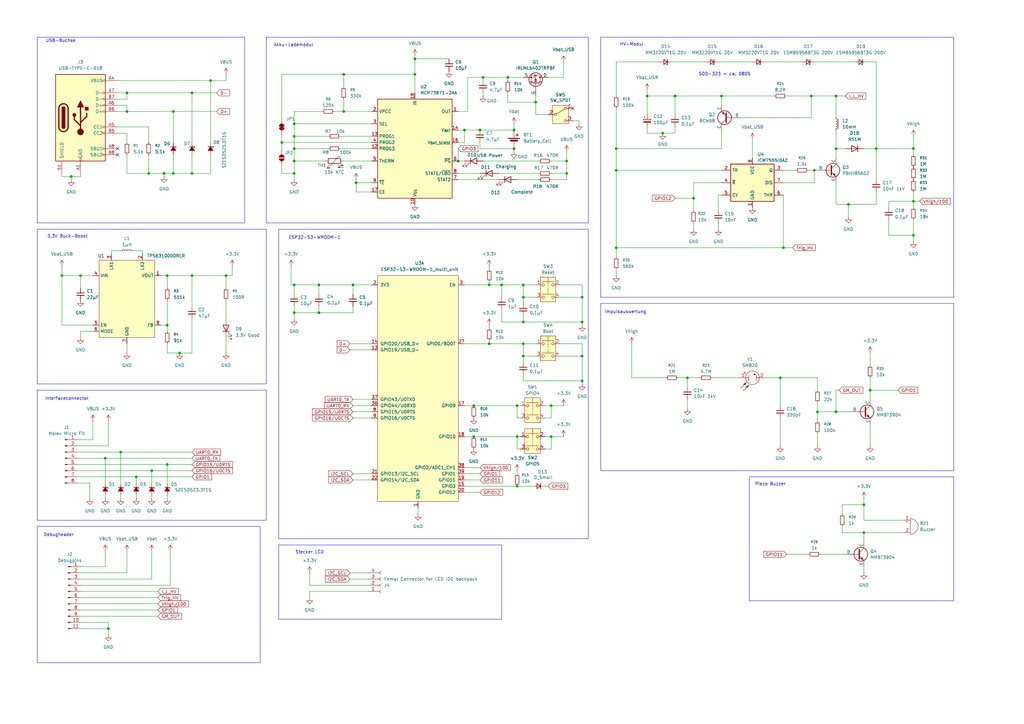
<source format=kicad_sch>
(kicad_sch (version 20250114) (generator "eeschema") (generator_version "9.0")
  (paper "A3")
  (title_block (title "Geiger-Müller Zähler") (date "2025-07-15") (rev "0.1"))
  (rectangle (start 114.3 93.98) (end 241.3 220.98))
  (rectangle (start 109.22 15.24) (end 241.3 91.44))
  (rectangle (start 15.24 160.02) (end 109.22 213.36))
  (rectangle (start 114.3 223.52) (end 205.74 254))
  (rectangle (start 15.24 93.98) (end 109.22 157.48))
  (rectangle (start 246.38 124.46) (end 391.16 193.04))
  (rectangle (start 307.34 195.58) (end 391.16 246.38))
  (rectangle (start 15.24 15.24) (end 100.33 91.44))
  (rectangle (start 246.38 15.24) (end 391.16 121.92))
  (rectangle (start 15.24 215.9) (end 106.68 271.78))
  (text "3.3V Buck-Boost" (at 27.686 97.028 0) (effects (font (size 1.27 1.27))))
  (text "Stecker LCD" (at 127 226.568 0) (effects (font (size 1.27 1.27))))
  (text "USB-Buchse" (at 24.892 16.764 0) (effects (font (size 1.27 1.27))))
  (text "Akku-Lademodul" (at 120.396 18.542 0) (effects (font (size 1.27 1.27))))
  (text "ESP32-S3-WROOM-1" (at 129.032 97.536 0) (effects (font (size 1.27 1.27))))
  (text "Impulsauswertung" (at 256.54 128.016 0) (effects (font (size 1.27 1.27))))
  (text "SOD-323 = ca. 0805" (at 297.18 30.48 0) (effects (font (size 1.27 1.27))))
  (text "HV-Modul" (at 259.08 18.288 0) (effects (font (size 1.27 1.27))))
  (text "Interfaceconnector" (at 27.432 163.576 0) (effects (font (size 1.27 1.27))))
  (text "Piezo Buzzer" (at 315.976 198.628 0) (effects (font (size 1.27 1.27))))
  (text "Debugheader" (at 24.13 219.456 0) (effects (font (size 1.27 1.27))))
  (junction (at 190.5 53.34))
  (junction (at 238.76 121.92))
  (junction (at 130.81 128.27))
  (junction (at 92.71 113.03))
  (junction (at 332.74 39.37))
  (junction (at 194.31 166.37))
  (junction (at 321.31 101.6))
  (junction (at 71.12 71.12))
  (junction (at 200.66 140.97))
  (junction (at 295.91 39.37))
  (junction (at 238.76 146.05))
  (junction (at 200.66 116.84))
  (junction (at 86.36 33.02))
  (junction (at 120.65 71.12))
  (junction (at 226.06 179.07))
  (junction (at 212.09 179.07))
  (junction (at 281.94 154.94))
  (junction (at 342.9 60.96))
  (junction (at 49.53 185.42))
  (junction (at 78.74 113.03))
  (junction (at 374.65 60.96))
  (junction (at 214.63 146.05))
  (junction (at 374.65 82.55))
  (junction (at 120.65 116.84))
  (junction (at 238.76 156.21))
  (junction (at 205.74 116.84))
  (junction (at 342.9 168.91))
  (junction (at 208.28 31.75))
  (junction (at 120.65 66.04))
  (junction (at 214.63 140.97))
  (junction (at 170.18 30.48))
  (junction (at 68.58 113.03))
  (junction (at 210.82 60.96))
  (junction (at 334.01 69.85))
  (junction (at 67.31 71.12))
  (junction (at 354.33 218.44))
  (junction (at 284.48 81.28))
  (junction (at 214.63 116.84))
  (junction (at 347.98 83.82))
  (junction (at 68.58 133.35))
  (junction (at 198.12 31.75))
  (junction (at 214.63 121.92))
  (junction (at 356.87 160.02))
  (junction (at 71.12 45.72))
  (junction (at 68.58 190.5))
  (junction (at 212.09 166.37))
  (junction (at 60.96 71.12))
  (junction (at 144.78 116.84))
  (junction (at 359.41 60.96))
  (junction (at 120.65 128.27))
  (junction (at 146.05 74.93))
  (junction (at 320.04 154.94))
  (junction (at 115.57 58.42))
  (junction (at 120.65 50.8))
  (junction (at 276.86 39.37))
  (junction (at 265.43 39.37))
  (junction (at 252.73 60.96))
  (junction (at 252.73 69.85))
  (junction (at 52.07 38.1))
  (junction (at 33.02 113.03))
  (junction (at 214.63 132.08))
  (junction (at 194.31 179.07))
  (junction (at 187.96 66.04))
  (junction (at 44.45 257.81))
  (junction (at 78.74 38.1))
  (junction (at 55.88 195.58))
  (junction (at 140.97 45.72))
  (junction (at 238.76 132.08))
  (junction (at 226.06 166.37))
  (junction (at 335.28 168.91))
  (junction (at 210.82 53.34))
  (junction (at 170.18 24.13))
  (junction (at 232.41 71.12))
  (junction (at 130.81 116.84))
  (junction (at 78.74 71.12))
  (junction (at 120.65 55.88))
  (junction (at 374.65 96.52))
  (junction (at 232.41 66.04))
  (junction (at 52.07 45.72))
  (junction (at 140.97 30.48))
  (junction (at 354.33 207.01))
  (junction (at 219.71 41.91))
  (junction (at 73.66 144.78))
  (junction (at 252.73 101.6))
  (junction (at 271.78 54.61))
  (junction (at 196.85 53.34))
  (junction (at 43.18 187.96))
  (junction (at 62.23 193.04))
  (junction (at 120.65 60.96))
  (junction (at 25.4 113.03))
  (junction (at 342.9 39.37))
  (junction (at 212.09 199.39))
  (junction (at 29.21 72.39))
  (no_connect (at 495.3 40.64))
  (no_connect (at 48.26 63.5))
  (no_connect (at 495.3 50.8))
  (no_connect (at 495.3 5.08))
  (no_connect (at 495.3 43.18))
  (no_connect (at 495.3 45.72))
  (no_connect (at 495.3 27.94))
  (no_connect (at 495.3 15.24))
  (no_connect (at 495.3 38.1))
  (no_connect (at 495.3 48.26))
  (no_connect (at 234.95 44.45))
  (no_connect (at 495.3 0))
  (no_connect (at 495.3 10.16))
  (no_connect (at 495.3 12.7))
  (no_connect (at 495.3 35.56))
  (no_connect (at 495.3 20.32))
  (no_connect (at 495.3 7.62))
  (no_connect (at 495.3 17.78))
  (no_connect (at 495.3 30.48))
  (no_connect (at 495.3 33.02))
  (no_connect (at 495.3 22.86))
  (no_connect (at 48.26 60.96))
  (no_connect (at 495.3 25.4))
  (wire (pts (xy 237.49 49.53) (xy 234.95 49.53)))
  (wire (pts (xy 238.76 132.08) (xy 238.76 133.35)))
  (wire (pts (xy 212.09 73.66) (xy 220.98 73.66)))
  (wire (pts (xy 144.78 194.31) (xy 152.4 194.31)))
  (wire (pts (xy 238.76 121.92) (xy 238.76 132.08)))
  (wire (pts (xy 342.9 60.96) (xy 342.9 64.77)))
  (wire (pts (xy 238.76 156.21) (xy 238.76 157.48)))
  (wire (pts (xy 374.65 90.17) (xy 374.65 96.52)))
  (wire (pts (xy 52.07 71.12) (xy 60.96 71.12)))
  (wire (pts (xy 295.91 39.37) (xy 295.91 43.18)))
  (wire (pts (xy 284.48 91.44) (xy 284.48 93.98)))
  (wire (pts (xy 354.33 60.96) (xy 359.41 60.96)))
  (wire (pts (xy 33.02 135.89) (xy 33.02 138.43)))
  (wire (pts (xy 120.65 66.04) (xy 120.65 71.12)))
  (wire (pts (xy 200.66 116.84) (xy 190.5 116.84)))
  (wire (pts (xy 36.83 198.12) (xy 31.75 198.12)))
  (wire (pts (xy 33.02 252.73) (xy 64.77 252.73)))
  (wire (pts (xy 68.58 123.19) (xy 68.58 133.35)))
  (wire (pts (xy 226.06 71.12) (xy 232.41 71.12)))
  (wire (pts (xy 336.55 227.33) (xy 346.71 227.33)))
  (wire (pts (xy 78.74 38.1) (xy 78.74 58.42)))
  (wire (pts (xy 139.7 55.88) (xy 152.4 55.88)))
  (wire (pts (xy 271.78 54.61) (xy 276.86 54.61)))
  (wire (pts (xy 68.58 190.5) (xy 78.74 190.5)))
  (wire (pts (xy 86.36 71.12) (xy 78.74 71.12)))
  (wire (pts (xy 284.48 74.93) (xy 295.91 74.93)))
  (wire (pts (xy 281.94 154.94) (xy 281.94 158.75)))
  (wire (pts (xy 200.66 139.7) (xy 200.66 140.97)))
  (wire (pts (xy 71.12 71.12) (xy 67.31 71.12)))
  (wire (pts (xy 226.06 171.45) (xy 226.06 166.37)))
  (wire (pts (xy 231.14 179.07) (xy 226.06 179.07)))
  (wire (pts (xy 342.9 53.34) (xy 342.9 60.96)))
  (wire (pts (xy 229.87 116.84) (xy 238.76 116.84)))
  (wire (pts (xy 140.97 30.48) (xy 140.97 35.56)))
  (wire (pts (xy 71.12 63.5) (xy 71.12 71.12)))
  (wire (pts (xy 52.07 63.5) (xy 52.07 71.12)))
  (wire (pts (xy 223.52 179.07) (xy 226.06 179.07)))
  (wire (pts (xy 232.41 71.12) (xy 232.41 73.66)))
  (wire (pts (xy 52.07 54.61) (xy 48.26 54.61)))
  (wire (pts (xy 170.18 24.13) (xy 184.15 24.13)))
  (wire (pts (xy 194.31 179.07) (xy 212.09 179.07)))
  (wire (pts (xy 190.5 58.42) (xy 190.5 53.34)))
  (wire (pts (xy 238.76 116.84) (xy 238.76 121.92)))
  (wire (pts (xy 335.28 160.02) (xy 335.28 154.94)))
  (wire (pts (xy 68.58 203.2) (xy 68.58 204.47)))
  (wire (pts (xy 276.86 39.37) (xy 295.91 39.37)))
  (wire (pts (xy 62.23 193.04) (xy 62.23 198.12)))
  (wire (pts (xy 226.06 73.66) (xy 232.41 73.66)))
  (wire (pts (xy 194.31 166.37) (xy 212.09 166.37)))
  (wire (pts (xy 78.74 113.03) (xy 78.74 125.73)))
  (wire (pts (xy 52.07 45.72) (xy 71.12 45.72)))
  (wire (pts (xy 120.65 66.04) (xy 133.35 66.04)))
  (wire (pts (xy 359.41 60.96) (xy 359.41 73.66)))
  (wire (pts (xy 190.5 194.31) (xy 196.85 194.31)))
  (wire (pts (xy 140.97 66.04) (xy 152.4 66.04)))
  (wire (pts (xy 198.12 31.75) (xy 198.12 33.02)))
  (wire (pts (xy 332.74 39.37) (xy 332.74 48.26)))
  (wire (pts (xy 78.74 71.12) (xy 71.12 71.12)))
  (wire (pts (xy 55.88 195.58) (xy 55.88 198.12)))
  (wire (pts (xy 171.45 208.28) (xy 171.45 210.82)))
  (wire (pts (xy 321.31 101.6) (xy 325.12 101.6)))
  (wire (pts (xy 36.83 204.47) (xy 36.83 198.12)))
  (wire (pts (xy 44.45 172.72) (xy 44.45 182.88)))
  (wire (pts (xy 342.9 39.37) (xy 332.74 39.37)))
  (wire (pts (xy 48.26 33.02) (xy 86.36 33.02)))
  (wire (pts (xy 140.97 30.48) (xy 170.18 30.48)))
  (wire (pts (xy 374.65 96.52) (xy 374.65 99.06)))
  (wire (pts (xy 374.65 60.96) (xy 374.65 63.5)))
  (wire (pts (xy 294.64 80.01) (xy 295.91 80.01)))
  (wire (pts (xy 335.28 168.91) (xy 335.28 165.1)))
  (wire (pts (xy 43.18 187.96) (xy 78.74 187.96)))
  (wire (pts (xy 356.87 160.02) (xy 368.3 160.02)))
  (wire (pts (xy 364.49 85.09) (xy 364.49 82.55)))
  (wire (pts (xy 48.26 43.18) (xy 52.07 43.18)))
  (wire (pts (xy 44.45 257.81) (xy 44.45 255.27)))
  (wire (pts (xy 212.09 199.39) (xy 218.44 199.39)))
  (wire (pts (xy 294.64 80.01) (xy 294.64 86.36)))
  (wire (pts (xy 78.74 144.78) (xy 73.66 144.78)))
  (wire (pts (xy 52.07 140.97) (xy 52.07 144.78)))
  (wire (pts (xy 354.33 213.36) (xy 370.84 213.36)))
  (wire (pts (xy 214.63 146.05) (xy 214.63 148.59)))
  (wire (pts (xy 364.49 82.55) (xy 374.65 82.55)))
  (wire (pts (xy 67.31 71.12) (xy 67.31 72.39)))
  (wire (pts (xy 214.63 146.05) (xy 219.71 146.05)))
  (wire (pts (xy 43.18 203.2) (xy 43.18 204.47)))
  (wire (pts (xy 364.49 90.17) (xy 364.49 96.52)))
  (wire (pts (xy 238.76 140.97) (xy 238.76 146.05)))
  (wire (pts (xy 25.4 71.12) (xy 25.4 72.39)))
  (wire (pts (xy 289.56 25.4) (xy 275.59 25.4)))
  (wire (pts (xy 48.26 52.07) (xy 60.96 52.07)))
  (wire (pts (xy 295.91 60.96) (xy 295.91 53.34)))
  (wire (pts (xy 92.71 113.03) (xy 95.25 113.03)))
  (wire (pts (xy 342.9 39.37) (xy 346.71 39.37)))
  (wire (pts (xy 232.41 62.23) (xy 232.41 66.04)))
  (wire (pts (xy 130.81 128.27) (xy 144.78 128.27)))
  (wire (pts (xy 170.18 30.48) (xy 170.18 38.1)))
  (wire (pts (xy 214.63 132.08) (xy 238.76 132.08)))
  (wire (pts (xy 62.23 203.2) (xy 62.23 204.47)))
  (wire (pts (xy 144.78 163.83) (xy 152.4 163.83)))
  (wire (pts (xy 214.63 116.84) (xy 214.63 121.92)))
  (wire (pts (xy 354.33 232.41) (xy 354.33 234.95)))
  (wire (pts (xy 214.63 121.92) (xy 214.63 124.46)))
  (wire (pts (xy 144.78 166.37) (xy 152.4 166.37)))
  (wire (pts (xy 60.96 52.07) (xy 60.96 58.42)))
  (wire (pts (xy 143.51 140.97) (xy 152.4 140.97)))
  (wire (pts (xy 223.52 166.37) (xy 226.06 166.37)))
  (wire (pts (xy 49.53 203.2) (xy 49.53 204.47)))
  (wire (pts (xy 33.02 257.81) (xy 44.45 257.81)))
  (wire (pts (xy 335.28 154.94) (xy 320.04 154.94)))
  (wire (pts (xy 270.51 25.4) (xy 252.73 25.4)))
  (wire (pts (xy 170.18 24.13) (xy 170.18 30.48)))
  (wire (pts (xy 115.57 30.48) (xy 140.97 30.48)))
  (wire (pts (xy 119.38 109.22) (xy 119.38 116.84)))
  (wire (pts (xy 313.69 25.4) (xy 328.93 25.4)))
  (wire (pts (xy 238.76 146.05) (xy 238.76 156.21)))
  (wire (pts (xy 212.09 166.37) (xy 212.09 171.45)))
  (wire (pts (xy 33.02 255.27) (xy 44.45 255.27)))
  (wire (pts (xy 237.49 50.8) (xy 237.49 49.53)))
  (wire (pts (xy 190.5 191.77) (xy 196.85 191.77)))
  (wire (pts (xy 49.53 185.42) (xy 78.74 185.42)))
  (wire (pts (xy 120.65 60.96) (xy 134.62 60.96)))
  (wire (pts (xy 29.21 72.39) (xy 33.02 72.39)))
  (wire (pts (xy 214.63 140.97) (xy 214.63 146.05)))
  (wire (pts (xy 345.44 215.9) (xy 345.44 218.44)))
  (wire (pts (xy 92.71 30.48) (xy 92.71 33.02)))
  (wire (pts (xy 226.06 166.37) (xy 231.14 166.37)))
  (wire (pts (xy 229.87 146.05) (xy 238.76 146.05)))
  (wire (pts (xy 68.58 113.03) (xy 78.74 113.03)))
  (wire (pts (xy 252.73 60.96) (xy 295.91 60.96)))
  (wire (pts (xy 62.23 226.06) (xy 62.23 237.49)))
  (wire (pts (xy 359.41 25.4) (xy 355.6 25.4)))
  (wire (pts (xy 374.65 82.55) (xy 377.19 82.55)))
  (wire (pts (xy 48.26 40.64) (xy 52.07 40.64)))
  (wire (pts (xy 31.75 187.96) (xy 43.18 187.96)))
  (wire (pts (xy 78.74 38.1) (xy 88.9 38.1)))
  (wire (pts (xy 49.53 102.87) (xy 45.72 102.87)))
  (wire (pts (xy 115.57 71.12) (xy 120.65 71.12)))
  (wire (pts (xy 31.75 190.5) (xy 68.58 190.5)))
  (wire (pts (xy 231.14 31.75) (xy 224.79 31.75)))
  (wire (pts (xy 139.7 60.96) (xy 152.4 60.96)))
  (wire (pts (xy 48.26 45.72) (xy 52.07 45.72)))
  (wire (pts (xy 44.45 182.88) (xy 31.75 182.88)))
  (wire (pts (xy 92.71 113.03) (xy 92.71 118.11)))
  (wire (pts (xy 198.12 38.1) (xy 198.12 39.37)))
  (wire (pts (xy 62.23 237.49) (xy 33.02 237.49)))
  (wire (pts (xy 62.23 193.04) (xy 78.74 193.04)))
  (wire (pts (xy 127 234.95) (xy 127 240.03)))
  (wire (pts (xy 334.01 74.93) (xy 334.01 69.85)))
  (wire (pts (xy 143.51 143.51) (xy 152.4 143.51)))
  (wire (pts (xy 198.12 31.75) (xy 208.28 31.75)))
  (wire (pts (xy 144.78 116.84) (xy 144.78 120.65)))
  (wire (pts (xy 321.31 74.93) (xy 334.01 74.93)))
  (wire (pts (xy 33.02 245.11) (xy 64.77 245.11)))
  (wire (pts (xy 226.06 66.04) (xy 232.41 66.04)))
  (wire (pts (xy 68.58 190.5) (xy 68.58 198.12)))
  (wire (pts (xy 58.42 102.87) (xy 58.42 104.14)))
  (wire (pts (xy 226.06 184.15) (xy 226.06 179.07)))
  (wire (pts (xy 214.63 156.21) (xy 238.76 156.21)))
  (wire (pts (xy 205.74 132.08) (xy 214.63 132.08)))
  (wire (pts (xy 52.07 38.1) (xy 78.74 38.1)))
  (wire (pts (xy 295.91 39.37) (xy 317.5 39.37)))
  (wire (pts (xy 321.31 80.01) (xy 321.31 101.6)))
  (wire (pts (xy 143.51 234.95) (xy 151.13 234.95)))
  (wire (pts (xy 284.48 81.28) (xy 284.48 86.36)))
  (wire (pts (xy 265.43 39.37) (xy 276.86 39.37)))
  (wire (pts (xy 152.4 74.93) (xy 146.05 74.93)))
  (wire (pts (xy 342.9 168.91) (xy 349.25 168.91)))
  (wire (pts (xy 187.96 60.96) (xy 187.96 66.04)))
  (wire (pts (xy 187.96 73.66) (xy 204.47 73.66)))
  (wire (pts (xy 252.73 110.49) (xy 252.73 113.03)))
  (wire (pts (xy 44.45 260.35) (xy 44.45 257.81)))
  (wire (pts (xy 356.87 144.78) (xy 356.87 149.86)))
  (wire (pts (xy 115.57 71.12) (xy 115.57 68.58)))
  (wire (pts (xy 120.65 55.88) (xy 120.65 60.96)))
  (wire (pts (xy 187.96 71.12) (xy 196.85 71.12)))
  (wire (pts (xy 120.65 116.84) (xy 119.38 116.84)))
  (wire (pts (xy 213.36 184.15) (xy 212.09 184.15)))
  (wire (pts (xy 71.12 45.72) (xy 88.9 45.72)))
  (wire (pts (xy 69.85 240.03) (xy 33.02 240.03)))
  (wire (pts (xy 152.4 78.74) (xy 146.05 78.74)))
  (wire (pts (xy 374.65 82.55) (xy 374.65 85.09)))
  (wire (pts (xy 232.41 66.04) (xy 232.41 71.12)))
  (wire (pts (xy 120.65 125.73) (xy 120.65 128.27)))
  (wire (pts (xy 140.97 40.64) (xy 140.97 45.72)))
  (wire (pts (xy 152.4 58.42) (xy 115.57 58.42)))
  (wire (pts (xy 115.57 30.48) (xy 115.57 48.26)))
  (wire (pts (xy 252.73 101.6) (xy 321.31 101.6)))
  (wire (pts (xy 354.33 218.44) (xy 370.84 218.44)))
  (wire (pts (xy 212.09 171.45) (xy 213.36 171.45)))
  (wire (pts (xy 342.9 83.82) (xy 347.98 83.82)))
  (wire (pts (xy 151.13 242.57) (xy 127 242.57)))
  (wire (pts (xy 187.96 66.04) (xy 190.5 66.04)))
  (wire (pts (xy 68.58 144.78) (xy 73.66 144.78)))
  (wire (pts (xy 374.65 60.96) (xy 359.41 60.96)))
  (wire (pts (xy 48.26 38.1) (xy 52.07 38.1)))
  (wire (pts (xy 359.41 60.96) (xy 359.41 25.4)))
  (wire (pts (xy 208.28 41.91) (xy 219.71 41.91)))
  (wire (pts (xy 120.65 116.84) (xy 130.81 116.84)))
  (wire (pts (xy 335.28 182.88) (xy 335.28 177.8)))
  (wire (pts (xy 191.77 31.75) (xy 191.77 45.72)))
  (wire (pts (xy 342.9 160.02) (xy 344.17 160.02)))
  (wire (pts (xy 68.58 113.03) (xy 68.58 118.11)))
  (wire (pts (xy 342.9 60.96) (xy 346.71 60.96)))
  (wire (pts (xy 120.65 50.8) (xy 120.65 55.88)))
  (wire (pts (xy 31.75 185.42) (xy 49.53 185.42)))
  (wire (pts (xy 320.04 171.45) (xy 320.04 182.88)))
  (wire (pts (xy 212.09 193.04) (xy 212.09 194.31)))
  (wire (pts (xy 55.88 195.58) (xy 78.74 195.58)))
  (wire (pts (xy 86.36 33.02) (xy 86.36 58.42)))
  (wire (pts (xy 52.07 58.42) (xy 52.07 54.61)))
  (wire (pts (xy 374.65 78.74) (xy 374.65 82.55)))
  (wire (pts (xy 146.05 74.93) (xy 146.05 78.74)))
  (wire (pts (xy 210.82 62.23) (xy 210.82 60.96)))
  (wire (pts (xy 33.02 113.03) (xy 38.1 113.03)))
  (wire (pts (xy 259.08 154.94) (xy 273.05 154.94)))
  (wire (pts (xy 265.43 39.37) (xy 265.43 46.99)))
  (wire (pts (xy 52.07 43.18) (xy 52.07 45.72)))
  (wire (pts (xy 284.48 74.93) (xy 284.48 81.28)))
  (wire (pts (xy 332.74 48.26) (xy 303.53 48.26)))
  (wire (pts (xy 354.33 204.47) (xy 354.33 207.01)))
  (wire (pts (xy 332.74 39.37) (xy 322.58 39.37)))
  (wire (pts (xy 219.71 41.91) (xy 219.71 39.37)))
  (wire (pts (xy 231.14 25.4) (xy 231.14 31.75)))
  (wire (pts (xy 60.96 71.12) (xy 60.96 63.5)))
  (wire (pts (xy 321.31 69.85) (xy 326.39 69.85)))
  (wire (pts (xy 320.04 154.94) (xy 320.04 166.37)))
  (wire (pts (xy 252.73 60.96) (xy 252.73 69.85)))
  (wire (pts (xy 208.28 31.75) (xy 214.63 31.75)))
  (wire (pts (xy 356.87 173.99) (xy 356.87 182.88)))
  (wire (pts (xy 146.05 73.66) (xy 146.05 74.93)))
  (wire (pts (xy 137.16 45.72) (xy 140.97 45.72)))
  (wire (pts (xy 191.77 45.72) (xy 187.96 45.72)))
  (wire (pts (xy 205.74 127) (xy 205.74 132.08)))
  (wire (pts (xy 252.73 101.6) (xy 252.73 105.41)))
  (wire (pts (xy 259.08 140.97) (xy 259.08 154.94)))
  (wire (pts (xy 345.44 210.82) (xy 345.44 207.01)))
  (wire (pts (xy 200.66 110.49) (xy 200.66 109.22)))
  (wire (pts (xy 120.65 71.12) (xy 120.65 73.66)))
  (wire (pts (xy 252.73 25.4) (xy 252.73 39.37)))
  (wire (pts (xy 144.78 196.85) (xy 152.4 196.85)))
  (wire (pts (xy 43.18 232.41) (xy 33.02 232.41)))
  (wire (pts (xy 252.73 69.85) (xy 295.91 69.85)))
  (wire (pts (xy 52.07 234.95) (xy 33.02 234.95)))
  (wire (pts (xy 374.65 55.88) (xy 374.65 60.96)))
  (wire (pts (xy 364.49 96.52) (xy 374.65 96.52)))
  (wire (pts (xy 86.36 33.02) (xy 92.71 33.02)))
  (wire (pts (xy 347.98 83.82) (xy 359.41 83.82)))
  (wire (pts (xy 223.52 199.39) (xy 224.79 199.39)))
  (wire (pts (xy 345.44 218.44) (xy 354.33 218.44)))
  (wire (pts (xy 68.58 133.35) (xy 68.58 135.89)))
  (wire (pts (xy 190.5 53.34) (xy 196.85 53.34)))
  (wire (pts (xy 342.9 168.91) (xy 342.9 160.02)))
  (wire (pts (xy 143.51 237.49) (xy 151.13 237.49)))
  (wire (pts (xy 308.61 57.15) (xy 308.61 64.77)))
  (wire (pts (xy 120.65 55.88) (xy 134.62 55.88)))
  (wire (pts (xy 294.64 91.44) (xy 294.64 93.98)))
  (wire (pts (xy 212.09 166.37) (xy 213.36 166.37)))
  (wire (pts (xy 52.07 226.06) (xy 52.07 234.95)))
  (wire (pts (xy 71.12 45.72) (xy 71.12 58.42)))
  (wire (pts (xy 144.78 116.84) (xy 152.4 116.84)))
  (wire (pts (xy 120.65 116.84) (xy 120.65 120.65)))
  (wire (pts (xy 210.82 50.8) (xy 210.82 53.34)))
  (wire (pts (xy 214.63 121.92) (xy 219.71 121.92)))
  (wire (pts (xy 198.12 66.04) (xy 220.98 66.04)))
  (wire (pts (xy 204.47 71.12) (xy 220.98 71.12)))
  (wire (pts (xy 276.86 54.61) (xy 276.86 52.07)))
  (wire (pts (xy 196.85 60.96) (xy 210.82 60.96)))
  (wire (pts (xy 205.74 116.84) (xy 200.66 116.84)))
  (wire (pts (xy 45.72 102.87) (xy 45.72 104.14)))
  (wire (pts (xy 120.65 45.72) (xy 120.65 50.8)))
  (wire (pts (xy 25.4 133.35) (xy 38.1 133.35)))
  (wire (pts (xy 33.02 242.57) (xy 64.77 242.57)))
  (wire (pts (xy 67.31 71.12) (xy 60.96 71.12)))
  (wire (pts (xy 265.43 52.07) (xy 265.43 54.61)))
  (wire (pts (xy 342.9 39.37) (xy 342.9 48.26)))
  (wire (pts (xy 212.09 179.07) (xy 213.36 179.07)))
  (wire (pts (xy 33.02 113.03) (xy 33.02 118.11)))
  (wire (pts (xy 43.18 226.06) (xy 43.18 232.41)))
  (wire (pts (xy 354.33 218.44) (xy 354.33 222.25)))
  (wire (pts (xy 49.53 185.42) (xy 49.53 198.12)))
  (wire (pts (xy 265.43 54.61) (xy 271.78 54.61)))
  (wire (pts (xy 214.63 129.54) (xy 214.63 132.08)))
  (wire (pts (xy 25.4 72.39) (xy 29.21 72.39)))
  (wire (pts (xy 66.04 113.03) (xy 68.58 113.03)))
  (wire (pts (xy 69.85 226.06) (xy 69.85 240.03)))
  (wire (pts (xy 350.52 25.4) (xy 334.01 25.4)))
  (wire (pts (xy 68.58 133.35) (xy 66.04 133.35)))
  (wire (pts (xy 151.13 240.03) (xy 127 240.03)))
  (wire (pts (xy 223.52 184.15) (xy 226.06 184.15)))
  (wire (pts (xy 214.63 140.97) (xy 219.71 140.97)))
  (wire (pts (xy 190.5 199.39) (xy 212.09 199.39)))
  (wire (pts (xy 78.74 130.81) (xy 78.74 144.78)))
  (wire (pts (xy 25.4 113.03) (xy 33.02 113.03)))
  (wire (pts (xy 265.43 39.37) (xy 265.43 36.83)))
  (wire (pts (xy 54.61 102.87) (xy 58.42 102.87)))
  (wire (pts (xy 130.81 116.84) (xy 130.81 120.65)))
  (wire (pts (xy 200.66 115.57) (xy 200.66 116.84)))
  (wire (pts (xy 200.66 140.97) (xy 190.5 140.97)))
  (wire (pts (xy 190.5 201.93) (xy 196.85 201.93)))
  (wire (pts (xy 38.1 172.72) (xy 38.1 180.34)))
  (wire (pts (xy 78.74 113.03) (xy 92.71 113.03)))
  (wire (pts (xy 320.04 154.94) (xy 313.69 154.94)))
  (wire (pts (xy 205.74 116.84) (xy 205.74 121.92)))
  (wire (pts (xy 334.01 69.85) (xy 335.28 69.85)))
  (wire (pts (xy 190.5 166.37) (xy 194.31 166.37)))
  (wire (pts (xy 68.58 140.97) (xy 68.58 144.78)))
  (wire (pts (xy 354.33 207.01) (xy 354.33 213.36)))
  (wire (pts (xy 219.71 46.99) (xy 224.79 46.99)))
  (wire (pts (xy 335.28 168.91) (xy 342.9 168.91)))
  (wire (pts (xy 190.5 179.07) (xy 194.31 179.07)))
  (wire (pts (xy 132.08 45.72) (xy 120.65 45.72)))
  (wire (pts (xy 229.87 140.97) (xy 238.76 140.97)))
  (wire (pts (xy 200.66 133.35) (xy 200.66 134.62)))
  (wire (pts (xy 86.36 63.5) (xy 86.36 71.12)))
  (wire (pts (xy 190.5 196.85) (xy 196.85 196.85)))
  (wire (pts (xy 25.4 113.03) (xy 25.4 133.35)))
  (wire (pts (xy 120.65 50.8) (xy 152.4 50.8)))
  (wire (pts (xy 356.87 160.02) (xy 356.87 163.83)))
  (wire (pts (xy 356.87 154.94) (xy 356.87 160.02)))
  (wire (pts (xy 281.94 154.94) (xy 287.02 154.94)))
  (wire (pts (xy 33.02 250.19) (xy 64.77 250.19)))
  (wire (pts (xy 214.63 153.67) (xy 214.63 156.21)))
  (wire (pts (xy 33.02 247.65) (xy 64.77 247.65)))
  (wire (pts (xy 115.57 55.88) (xy 115.57 58.42)))
  (wire (pts (xy 170.18 24.13) (xy 170.18 22.86)))
  (wire (pts (xy 345.44 207.01) (xy 354.33 207.01)))
  (wire (pts (xy 140.97 45.72) (xy 152.4 45.72)))
  (wire (pts (xy 187.96 53.34) (xy 190.5 53.34)))
  (wire (pts (xy 212.09 184.15) (xy 212.09 179.07)))
  (wire (pts (xy 276.86 81.28) (xy 284.48 81.28)))
  (wire (pts (xy 38.1 135.89) (xy 33.02 135.89)))
  (wire (pts (xy 252.73 69.85) (xy 252.73 101.6)))
  (wire (pts (xy 120.65 128.27) (xy 130.81 128.27)))
  (wire (pts (xy 127 242.57) (xy 127 245.11)))
  (wire (pts (xy 292.1 154.94) (xy 303.53 154.94)))
  (wire (pts (xy 278.13 154.94) (xy 281.94 154.94)))
  (wire (pts (xy 31.75 195.58) (xy 55.88 195.58)))
  (wire (pts (xy 31.75 193.04) (xy 62.23 193.04)))
  (wire (pts (xy 144.78 168.91) (xy 152.4 168.91)))
  (wire (pts (xy 29.21 72.39) (xy 29.21 73.66)))
  (wire (pts (xy 200.66 140.97) (xy 214.63 140.97)))
  (wire (pts (xy 187.96 58.42) (xy 190.5 58.42)))
  (wire (pts (xy 342.9 74.93) (xy 342.9 83.82)))
  (wire (pts (xy 144.78 128.27) (xy 144.78 125.73)))
  (wire (pts (xy 208.28 38.1) (xy 208.28 41.91)))
  (wire (pts (xy 196.85 58.42) (xy 196.85 60.96)))
  (wire (pts (xy 25.4 109.22) (xy 25.4 113.03)))
  (wire (pts (xy 331.47 69.85) (xy 334.01 69.85)))
  (wire (pts (xy 347.98 83.82) (xy 347.98 88.9)))
  (wire (pts (xy 78.74 63.5) (xy 78.74 71.12)))
  (wire (pts (xy 38.1 180.34) (xy 31.75 180.34)))
  (wire (pts (xy 130.81 116.84) (xy 144.78 116.84)))
  (wire (pts (xy 130.81 128.27) (xy 130.81 125.73)))
  (wire (pts (xy 219.71 41.91) (xy 219.71 46.99)))
  (wire (pts (xy 223.52 171.45) (xy 226.06 171.45)))
  (wire (pts (xy 144.78 171.45) (xy 152.4 171.45)))
  (wire (pts (xy 359.41 83.82) (xy 359.41 78.74)))
  (wire (pts (xy 52.07 40.64) (xy 52.07 38.1)))
  (wire (pts (xy 276.86 39.37) (xy 276.86 46.99)))
  (wire (pts (xy 198.12 31.75) (xy 191.77 31.75)))
  (wire (pts (xy 43.18 187.96) (xy 43.18 198.12)))
  (wire (pts (xy 205.74 116.84) (xy 214.63 116.84)))
  (wire (pts (xy 120.65 60.96) (xy 120.65 66.04)))
  (wire (pts (xy 120.65 128.27) (xy 120.65 130.81)))
  (wire (pts (xy 196.85 53.34) (xy 210.82 53.34)))
  (wire (pts (xy 322.58 227.33) (xy 331.47 227.33)))
  (wire (pts (xy 208.28 31.75) (xy 208.28 33.02)))
  (wire (pts (xy 335.28 172.72) (xy 335.28 168.91)))
  (wire (pts (xy 214.63 116.84) (xy 219.71 116.84)))
  (wire (pts (xy 33.02 72.39) (xy 33.02 71.12)))
  (wire (pts (xy 92.71 138.43) (xy 92.71 144.78)))
  (wire (pts (xy 252.73 44.45) (xy 252.73 60.96)))
  (wire (pts (xy 92.71 123.19) (xy 92.71 130.81)))
  (wire (pts (xy 55.88 203.2) (xy 55.88 204.47)))
  (wire (pts (xy 115.57 58.42) (xy 115.57 60.96)))
  (wire (pts (xy 95.25 113.03) (xy 95.25 109.22)))
  (wire (pts (xy 229.87 121.92) (xy 238.76 121.92)))
  (wire (pts (xy 294.64 25.4) (xy 308.61 25.4)))
  (wire (pts (xy 281.94 163.83) (xy 281.94 167.64)))
  (global_label "GPIO1" (shape input) (at 368.3 160.02 0) (property "Intersheetrefs" "${INTERSHEET_REFS}" (effects (hide yes))))
  (global_label "GPIO1" (shape input) (at 64.77 250.19 0) (property "Intersheetrefs" "${INTERSHEET_REFS}" (effects (hide yes))))
  (global_label "Vhigh{slash}100" (shape input) (at 64.77 247.65 0) (property "Intersheetrefs" "${INTERSHEET_REFS}" (effects (hide yes))))
  (global_label "GM_OUT" (shape input) (at 344.17 160.02 0) (property "Intersheetrefs" "${INTERSHEET_REFS}" (effects (hide yes))))
  (global_label "UART0_RX" (shape input) (at 78.74 185.42 0) (property "Intersheetrefs" "${INTERSHEET_REFS}" (effects (hide yes))))
  (global_label "I2C_SCL" (shape input) (at 143.51 234.95 180) (property "Intersheetrefs" "${INTERSHEET_REFS}" (effects (hide yes))))
  (global_label "GPIO1" (shape input) (at 196.85 194.31 0) (property "Intersheetrefs" "${INTERSHEET_REFS}" (effects (hide yes))))
  (global_label "GPIO11" (shape input) (at 196.85 196.85 0) (property "Intersheetrefs" "${INTERSHEET_REFS}" (effects (hide yes))))
  (global_label "I2C_SDA" (shape input) (at 143.51 237.49 180) (property "Intersheetrefs" "${INTERSHEET_REFS}" (effects (hide yes))))
  (global_label "D+" (shape input) (at 143.51 140.97 180) (property "Intersheetrefs" "${INTERSHEET_REFS}" (effects (hide yes))))
  (global_label "D+" (shape input) (at 88.9 45.72 0) (property "Intersheetrefs" "${INTERSHEET_REFS}" (effects (hide yes))))
  (global_label "GPIO15{slash}U0RTS" (shape input) (at 78.74 190.5 0) (property "Intersheetrefs" "${INTERSHEET_REFS}" (effects (hide yes))))
  (global_label "GPIO3" (shape input) (at 187.96 60.96 0) (property "Intersheetrefs" "${INTERSHEET_REFS}" (effects (hide yes))))
  (global_label "GM_OUT" (shape input) (at 64.77 252.73 0) (property "Intersheetrefs" "${INTERSHEET_REFS}" (effects (hide yes))))
  (global_label "GPIO11" (shape input) (at 322.58 227.33 180) (property "Intersheetrefs" "${INTERSHEET_REFS}" (effects (hide yes))))
  (global_label "GPIO3" (shape input) (at 224.79 199.39 0) (property "Intersheetrefs" "${INTERSHEET_REFS}" (effects (hide yes))))
  (global_label "I2C_SCL" (shape input) (at 144.78 194.31 180) (property "Intersheetrefs" "${INTERSHEET_REFS}" (effects (hide yes))))
  (global_label "GPIO12" (shape input) (at 196.85 201.93 0) (property "Intersheetrefs" "${INTERSHEET_REFS}" (effects (hide yes))))
  (global_label "Vhigh{slash}100" (shape input) (at 196.85 191.77 0) (property "Intersheetrefs" "${INTERSHEET_REFS}" (effects (hide yes))))
  (global_label "GPIO16{slash}U0CTS" (shape input) (at 78.74 193.04 0) (property "Intersheetrefs" "${INTERSHEET_REFS}" (effects (hide yes))))
  (global_label "UART0_TX" (shape input) (at 78.74 187.96 0) (property "Intersheetrefs" "${INTERSHEET_REFS}" (effects (hide yes))))
  (global_label "GPIO12" (shape input) (at 276.86 81.28 180) (property "Intersheetrefs" "${INTERSHEET_REFS}" (effects (hide yes))))
  (global_label "UART0_TX" (shape input) (at 144.78 163.83 180) (property "Intersheetrefs" "${INTERSHEET_REFS}" (effects (hide yes))))
  (global_label "D-" (shape input) (at 88.9 38.1 0) (property "Intersheetrefs" "${INTERSHEET_REFS}" (effects (hide yes))))
  (global_label "I2C_SDA" (shape input) (at 144.78 196.85 180) (property "Intersheetrefs" "${INTERSHEET_REFS}" (effects (hide yes))))
  (global_label "UART0_RX" (shape input) (at 144.78 166.37 180) (property "Intersheetrefs" "${INTERSHEET_REFS}" (effects (hide yes))))
  (global_label "Trig_HV" (shape input) (at 64.77 245.11 0) (property "Intersheetrefs" "${INTERSHEET_REFS}" (effects (hide yes))))
  (global_label "Trig_HV" (shape input) (at 325.12 101.6 0) (property "Intersheetrefs" "${INTERSHEET_REFS}" (effects (hide yes))))
  (global_label "GPIO16{slash}U0CTS" (shape input) (at 144.78 171.45 180) (property "Intersheetrefs" "${INTERSHEET_REFS}" (effects (hide yes))))
  (global_label "I_L_HV" (shape input) (at 346.71 39.37 0) (property "Intersheetrefs" "${INTERSHEET_REFS}" (effects (hide yes))))
  (global_label "GPIO1" (shape input) (at 78.74 195.58 0) (property "Intersheetrefs" "${INTERSHEET_REFS}" (effects (hide yes))))
  (global_label "GPIO15{slash}U0RTS" (shape input) (at 144.78 168.91 180) (property "Intersheetrefs" "${INTERSHEET_REFS}" (effects (hide yes))))
  (global_label "I_L_HV" (shape input) (at 64.77 242.57 0) (property "Intersheetrefs" "${INTERSHEET_REFS}" (effects (hide yes))))
  (global_label "Vhigh{slash}100" (shape input) (at 377.19 82.55 0) (property "Intersheetrefs" "${INTERSHEET_REFS}" (effects (hide yes))))
  (global_label "D-" (shape input) (at 143.51 143.51 180) (property "Intersheetrefs" "${INTERSHEET_REFS}" (effects (hide yes))))
  (symbol (lib_id "Device:C_Polarized_Small") (at 265.43 49.53 0) (unit 1)
    (property "Reference" "C12" (at 267.97 47.7138 0) (effects (justify left)))
    (property "Value" "100µF" (at 267.97 50.2538 0) (effects (justify left)))
    (property "Footprint" "Capacitor_SMD:CP_Elec_6.3x5.9" (effects (hide yes)))
    (property "Datasheet" "https://www.mouser.at/ProductDetail/Wurth-Elektronik/875105344010?qs=0KOYDY2FL2%2F64TGt8E3UEQ%3D%3D" (effects (hide yes)))
    (property "Description" "Polarized capacitor, small symbol" (effects (hide yes)))
  )
  (symbol (lib_id "Device:D_Zener_Small_Filled") (at 62.23 200.66 270) (unit 1)
    (property "Reference" "D4" (at 66.294 198.628 90) (effects (justify right)))
    (property "Value" "SZESD5Z3.3T1G" (effects (hide yes)))
    (property "Footprint" "Diode_SMD:D_SOD-523" (effects (hide yes)))
    (property "Datasheet" "https://www.mouser.at/ProductDetail/onsemi/SZESD5Z3.3T1G?qs=k6dkFvHqcvA7AvSde3%2FQ8w%3D%3D" (effects (hide yes)))
    (property "Description" "Zener diode, small symbol, filled shape" (effects (hide yes)))
  )
  (symbol (lib_id "power:GND") (at 171.45 210.82 0) (unit 1)
    (property "Reference" "#PWR032" (effects (hide yes)))
    (property "Value" "GND" (at 171.45 215.9 0))
    (property "Description" "Power symbol creates a global label with name \"GND\" , ground" (effects (hide yes)))
  )
  (symbol (lib_id "power:GND") (at 294.64 93.98 0) (unit 1)
    (property "Reference" "#PWR055" (effects (hide yes)))
    (property "Value" "GND" (at 294.64 99.06 0))
    (property "Description" "Power symbol creates a global label with name \"GND\" , ground" (effects (hide yes)))
  )
  (symbol (lib_id "power:GND") (at 238.76 157.48 0) (unit 1)
    (property "Reference" "#PWR048" (effects (hide yes)))
    (property "Value" "GND" (at 238.76 162.56 0))
    (property "Description" "Power symbol creates a global label with name \"GND\" , ground" (effects (hide yes)))
  )
  (symbol (lib_id "power:+3.3V") (at 200.66 109.22 0) (unit 1)
    (property "Reference" "#PWR037" (effects (hide yes)))
    (property "Value" "+3.3V" (at 200.66 104.14 0))
    (property "Description" "Power symbol creates a global label with name \"+3.3V\"" (effects (hide yes)))
  )
  (symbol (lib_id "power:+3.3V") (at 354.33 204.47 0) (unit 1)
    (property "Reference" "#PWR061" (effects (hide yes)))
    (property "Value" "+3.3V" (at 354.33 199.39 0))
    (property "Description" "Power symbol creates a global label with name \"+3.3V\"" (effects (hide yes)))
  )
  (symbol (lib_id "Device:R_Small") (at 345.44 213.36 0) (unit 1)
    (property "Reference" "R29" (at 347.98 212.0899 0) (effects (font (size 1.016 1.016)) (justify left)))
    (property "Value" "1k" (at 347.98 214.6299 0) (effects (justify left)))
    (property "Footprint" "Resistor_SMD:R_0805_2012Metric_Pad1.20x1.40mm_HandSolder" (effects (hide yes)))
    (property "Datasheet" "https://jlcpcb.com/partdetail/18201-0805W8F1001T5E/C17513" (effects (hide yes)))
    (property "Description" "Resistor, small symbol" (effects (hide yes)))
  )
  (symbol (lib_id "Device:C_Small") (at 364.49 87.63 0) (unit 1)
    (property "Reference" "C18" (at 367.03 86.3662 0) (effects (justify left)))
    (property "Value" "0.1µF" (at 367.03 88.9062 0) (effects (justify left)))
    (property "Footprint" "Capacitor_SMD:C_0805_2012Metric_Pad1.18x1.45mm_HandSolder" (effects (hide yes)))
    (property "Datasheet" "https://jlcpcb.com/partdetail/28983-CL21B104KCFNNNE/C28233" (effects (hide yes)))
    (property "Description" "Unpolarized capacitor, small symbol" (effects (hide yes)))
  )
  (symbol (lib_id "power:GND") (at 33.02 123.19 0) (unit 1)
    (property "Reference" "#PWR03" (effects (hide yes)))
    (property "Value" "GND" (at 33.02 128.27 0))
    (property "Description" "Power symbol creates a global label with name \"GND\" , ground" (effects (hide yes)))
  )
  (symbol (lib_id "Device:R_Small") (at 200.66 113.03 0) (unit 1)
    (property "Reference" "R12" (at 203.2 111.7599 0) (effects (font (size 1.016 1.016)) (justify left)))
    (property "Value" "10k" (at 203.2 114.2999 0) (effects (justify left)))
    (property "Footprint" "Resistor_SMD:R_0805_2012Metric_Pad1.20x1.40mm_HandSolder" (effects (hide yes)))
    (property "Datasheet" "https://jlcpcb.com/partdetail/18102-0805W8F1002T5E/C17414" (effects (hide yes)))
    (property "Description" "Resistor, small symbol" (effects (hide yes)))
  )
  (symbol (lib_id "power:GND") (at 43.18 204.47 0) (unit 1)
    (property "Reference" "#PWR07" (effects (hide yes)))
    (property "Value" "GND" (at 43.18 209.55 0))
    (property "Description" "Power symbol creates a global label with name \"GND\" , ground" (effects (hide yes)))
  )
  (symbol (lib_id "Device:LED") (at 92.71 134.62 90) (unit 1)
    (property "Reference" "D9" (at 96.52 134.9374 90) (effects (justify right)))
    (property "Value" "3,3V Good" (at 96.52 137.4774 90) (effects (justify right)))
    (property "Footprint" "LED_SMD:LED_0805_2012Metric_Pad1.15x1.40mm_HandSolder" (effects (hide yes)))
    (property "Datasheet" "https://www.mouser.at/ProductDetail/Wurth-Elektronik/150080VS75000?qs=LlUlMxKIyB0tGHJmO6%252B0ug%3D%3D" (effects (hide yes)))
    (property "Description" "Light emitting diode" (effects (hide yes)))
    (property "Sim.Pins" "1=K 2=A" (effects (hide yes)))
  )
  (symbol (lib_name "SW_Push_Dual_2") (lib_id "Switch:SW_Push_Dual") (at 224.79 143.51 0) (unit 1)
    (property "Reference" "SW4" (at 224.79 133.35 0))
    (property "Value" "Boot" (at 224.79 135.89 0))
    (property "Footprint" "Button_Switch_SMD:SW_Push_1P1T_NO_E-Switch_TL3301NxxxxxG" (effects (hide yes)))
    (property "Datasheet" "https://www.mouser.at/ProductDetail/Same-Sky/TS04-66-55-BK-160-SMT?qs=A6eO%252BMLsxmSf4UtMOd5Kug%3D%3D" (effects (hide yes)))
    (property "Description" "Push button switch, generic, symbol, four pins" (effects (hide yes)))
  )
  (symbol (lib_id "Device:C_Small") (at 320.04 168.91 0) (unit 1)
    (property "Reference" "C16" (at 322.58 167.6462 0) (effects (justify left)))
    (property "Value" "220pF" (at 322.58 170.1862 0) (effects (justify left)))
    (property "Footprint" "Capacitor_SMD:C_0805_2012Metric_Pad1.18x1.45mm_HandSolder" (effects (hide yes)))
    (property "Datasheet" "https://jlcpcb.com/partdetail/YAGEO-CC0805KRX7R9BB221/C107145" (effects (hide yes)))
    (property "Description" "Unpolarized capacitor, small symbol" (effects (hide yes)))
  )
  (symbol (lib_id "Connector:Conn_01x11_Pin") (at 27.94 245.11 0) (unit 1)
    (property "Reference" "J2" (at 28.575 227.33 0))
    (property "Value" "Debugpins" (at 28.575 229.87 0))
    (property "Footprint" "Connector_PinHeader_2.54mm:PinHeader_1x11_P2.54mm_Vertical" (effects (hide yes)))
    (property "Datasheet" "-" (effects (hide yes)))
    (property "Description" "Generic connector, single row, 01x11, script generated" (effects (hide yes)))
  )
  (symbol (lib_id "power:+3.3V") (at 200.66 133.35 0) (unit 1)
    (property "Reference" "#PWR038" (effects (hide yes)))
    (property "Value" "+3.3V" (at 200.66 128.27 0))
    (property "Description" "Power symbol creates a global label with name \"+3.3V\"" (effects (hide yes)))
  )
  (symbol (lib_id "power:VBUS") (at 92.71 30.48 0) (unit 1)
    (property "Reference" "#PWR021" (effects (hide yes)))
    (property "Value" "VBUS" (at 92.71 25.4 0))
    (property "Description" "Power symbol creates a global label with name \"VBUS\"" (effects (hide yes)))
  )
  (symbol (lib_id "Jumper:SolderJumper_2_Bridged") (at 115.57 52.07 90) (unit 1) (in_bom no)
    (property "Reference" "JP1" (at 117.348 48.768 90) (effects (justify right)))
    (property "Value" "SolderJumper_2_Bridged" (effects (hide yes)))
    (property "Footprint" "Jumper:SolderJumper-2_P1.3mm_Open_RoundedPad1.0x1.5mm" (effects (hide yes)))
    (property "Datasheet" "-" (effects (hide yes)))
    (property "Description" "Solder Jumper, 2-pole, closed/bridged" (effects (hide yes)))
  )
  (symbol (lib_id "Device:R_Small") (at 60.96 60.96 0) (unit 1)
    (property "Reference" "R2" (at 63.5 59.6899 0) (effects (font (size 1.016 1.016)) (justify left)))
    (property "Value" "5.1k" (at 63.5 62.2299 0) (effects (justify left)))
    (property "Footprint" "Resistor_SMD:R_0805_2012Metric_Pad1.20x1.40mm_HandSolder" (effects (hide yes)))
    (property "Datasheet" "https://jlcpcb.com/partdetail/28584-0805W8F5101T5E/C27834" (effects (hide yes)))
    (property "Description" "Resistor, small symbol" (effects (hide yes)))
  )
  (symbol (lib_id "power:VBUS") (at 146.05 73.66 0) (unit 1)
    (property "Reference" "#PWR029" (effects (hide yes)))
    (property "Value" "VBUS" (at 146.05 68.58 0))
    (property "Description" "Power symbol creates a global label with name \"VBUS\"" (effects (hide yes)))
  )
  (symbol (lib_id "Device:R_Small") (at 328.93 69.85 270) (unit 1)
    (property "Reference" "R25" (at 328.93 64.77 90) (effects (font (size 1.016 1.016))))
    (property "Value" "1,5k" (at 328.93 67.31 90))
    (property "Footprint" "Resistor_SMD:R_0805_2012Metric_Pad1.20x1.40mm_HandSolder" (effects (hide yes)))
    (property "Datasheet" "https://jlcpcb.com/partdetail/4717-0805W8F1501T5E/C4310" (effects (hide yes)))
    (property "Description" "Resistor, small symbol" (effects (hide yes)))
  )
  (symbol (lib_id "Device:R_Small") (at 335.28 175.26 0) (unit 1)
    (property "Reference" "R28" (at 337.82 173.9899 0) (effects (font (size 1.016 1.016)) (justify left)))
    (property "Value" "100k" (at 337.82 176.5299 0) (effects (justify left)))
    (property "Footprint" "Resistor_SMD:R_0805_2012Metric_Pad1.20x1.40mm_HandSolder" (effects (hide yes)))
    (property "Datasheet" "https://jlcpcb.com/partdetail/160838-0805W8F1003T5E/C149504" (effects (hide yes)))
    (property "Description" "Resistor, small symbol" (effects (hide yes)))
  )
  (symbol (lib_id "power:GND") (at 73.66 144.78 0) (unit 1)
    (property "Reference" "#PWR020" (effects (hide yes)))
    (property "Value" "GND" (at 73.66 149.86 0))
    (property "Description" "Power symbol creates a global label with name \"GND\" , ground" (effects (hide yes)))
  )
  (symbol (lib_name "NPN_1") (lib_id "Simulation_SPICE:NPN") (at 340.36 69.85 0) (unit 1)
    (property "Reference" "Q3" (at 345.44 68.58 0) (effects (justify left)))
    (property "Value" "PBHV8560Z" (at 345.44 71.1199 0) (effects (justify left)))
    (property "Footprint" "Package_TO_SOT_SMD:SOT-223-3_TabPin2" (effects (hide yes)))
    (property "Datasheet" "https://www.mouser.at/ProductDetail/Nexperia/PBHV8560ZX?qs=d7b8vw%252BBfo3g6ujndv7RPg%3D%3D" (effects (hide yes)))
    (property "Description" "Bipolar transistor symbol for simulation only, substrate tied to the emitter" (effects (hide yes)))
    (property "Sim.Device" "NPN" (effects (hide yes)))
    (property "Sim.Type" "GUMMELPOON" (effects (hide yes)))
    (property "Sim.Pins" "1=C 2=B 3=E" (effects (hide yes)))
  )
  (symbol (lib_id "power:GND") (at 252.73 113.03 0) (unit 1)
    (property "Reference" "#PWR049" (effects (hide yes)))
    (property "Value" "GND" (at 252.73 118.11 0))
    (property "Description" "Power symbol creates a global label with name \"GND\" , ground" (effects (hide yes)))
  )
  (symbol (lib_id "power:GND") (at 308.61 85.09 0) (unit 1)
    (property "Reference" "#PWR057" (effects (hide yes)))
    (property "Value" "GND" (at 308.61 90.17 0))
    (property "Description" "Power symbol creates a global label with name \"GND\" , ground" (effects (hide yes)))
  )
  (symbol (lib_id "Device:R_Small") (at 252.73 107.95 0) (unit 1)
    (property "Reference" "R20" (at 255.27 106.6799 0) (effects (font (size 1.016 1.016)) (justify left)))
    (property "Value" "560k" (at 255.27 109.2199 0) (effects (justify left)))
    (property "Footprint" "Resistor_SMD:R_0805_2012Metric_Pad1.20x1.40mm_HandSolder" (effects (hide yes)))
    (property "Datasheet" "https://www.mouser.at/ProductDetail/KOA-Speer/RK73B2ATTD564J?qs=lbIYeLk%252BpCU4IXHWB4JA8w%3D%3D" (effects (hide yes)))
    (property "Description" "Resistor, small symbol" (effects (hide yes)))
  )
  (symbol (lib_id "Device:R_Small") (at 374.65 76.2 0) (unit 1)
    (property "Reference" "R33" (at 377.19 74.9299 0) (effects (font (size 1.016 1.016)) (justify left)))
    (property "Value" "1M" (at 377.19 77.4699 0) (effects (justify left)))
    (property "Footprint" "Resistor_SMD:R_0805_2012Metric_Pad1.20x1.40mm_HandSolder" (effects (hide yes)))
    (property "Datasheet" "https://www.mouser.at/ProductDetail/YAGEO/RV0805FR-071ML?qs=cGU37fGUGy%2FzvZIiPybItQ%3D%3D" (effects (hide yes)))
    (property "Description" "Resistor, small symbol" (effects (hide yes)))
  )
  (symbol (lib_id "Device:D_Zener_Small_Filled") (at 86.36 60.96 270) (unit 1)
    (property "Reference" "D8" (at 87.376 58.42 90) (effects (justify left)))
    (property "Value" "SZESD5Z5.0T1G" (at 91.948 69.088 0) (effects (justify right)))
    (property "Footprint" "Diode_SMD:D_SOD-523" (effects (hide yes)))
    (property "Datasheet" "https://www.mouser.at/ProductDetail/onsemi/SZESD5Z5.0T1G?qs=PJJcWtbOkNWdF22hE1PhjA%3D%3D" (effects (hide yes)))
    (property "Description" "Zener diode, small symbol, filled shape" (effects (hide yes)))
  )
  (symbol (lib_id "Custom:Vbat") (at 210.82 50.8 0) (unit 1) (in_bom no) (on_board no)
    (property "Reference" "#PWR039" (effects (hide yes)))
    (property "Value" "Vbat" (at 210.82 45.72 0))
  )
  (symbol (lib_id "Custom:Vbat_USB") (at 25.4 109.22 0) (unit 1) (in_bom no) (on_board no)
    (property "Reference" "#PWR01" (effects (hide yes)))
    (property "Value" "Vbat_USB" (at 25.4 104.14 0))
  )
  (symbol (lib_id "power:GND") (at 356.87 182.88 0) (unit 1)
    (property "Reference" "#PWR064" (effects (hide yes)))
    (property "Value" "GND" (at 356.87 187.96 0))
    (property "Description" "Power symbol creates a global label with name \"GND\" , ground" (effects (hide yes)))
  )
  (symbol (lib_id "power:+3.3V") (at 231.14 166.37 0) (unit 1)
    (property "Reference" "#PWR043" (effects (hide yes)))
    (property "Value" "+3.3V" (at 231.14 161.29 0))
    (property "Description" "Power symbol creates a global label with name \"+3.3V\"" (effects (hide yes)))
  )
  (symbol (lib_id "Connector:USB_C_Receptacle_USB2.0_16P") (at 33.02 48.26 0) (unit 1)
    (property "Reference" "J3" (at 33.02 25.4 0))
    (property "Value" "USB-TYPE-C-018" (at 33.02 27.94 0))
    (property "Footprint" "Connector_USB:USB_C_Receptacle_GCT_USB4105-xx-A_16P_TopMnt_Horizontal" (effects (hide yes)))
    (property "Datasheet" "https://jlcpcb.com/partdetail/DEALON-USB_TYPE_C018/C2927038" (effects (hide yes)))
    (property "Description" "USB 2.0-only 16P Type-C Receptacle connector" (effects (hide yes)))
  )
  (symbol (lib_id "Device:C_Small") (at 214.63 151.13 0) (unit 1)
    (property "Reference" "C11" (at 217.17 149.8662 0) (effects (justify left)))
    (property "Value" "0.1µF" (at 217.17 152.4062 0) (effects (justify left)))
    (property "Footprint" "Capacitor_SMD:C_0805_2012Metric_Pad1.18x1.45mm_HandSolder" (effects (hide yes)))
    (property "Datasheet" "https://jlcpcb.com/partdetail/28983-CL21B104KCFNNNE/C28233" (effects (hide yes)))
    (property "Description" "Unpolarized capacitor, small symbol" (effects (hide yes)))
  )
  (symbol (lib_id "power:+3.3V") (at 44.45 172.72 0) (unit 1)
    (property "Reference" "#PWR09" (effects (hide yes)))
    (property "Value" "+3.3V" (at 44.45 167.64 0))
    (property "Description" "Power symbol creates a global label with name \"+3.3V\"" (effects (hide yes)))
  )
  (symbol (lib_id "power:GND") (at 210.82 62.23 0) (unit 1)
    (property "Reference" "#PWR040" (effects (hide yes)))
    (property "Value" "GND" (at 214.376 64.262 0))
    (property "Description" "Power symbol creates a global label with name \"GND\" , ground" (effects (hide yes)))
  )
  (symbol (lib_id "power:+3.3V") (at 95.25 109.22 0) (unit 1)
    (property "Reference" "#PWR023" (effects (hide yes)))
    (property "Value" "+3.3V" (at 95.25 104.14 0))
    (property "Description" "Power symbol creates a global label with name \"+3.3V\"" (effects (hide yes)))
  )
  (symbol (lib_id "power:GND") (at 36.83 204.47 0) (unit 1)
    (property "Reference" "#PWR05" (effects (hide yes)))
    (property "Value" "GND" (at 36.83 209.55 0))
    (property "Description" "Power symbol creates a global label with name \"GND\" , ground" (effects (hide yes)))
  )
  (symbol (lib_id "Device:R_Small") (at 134.62 45.72 90) (unit 1)
    (property "Reference" "R6" (at 134.62 40.64 90) (effects (font (size 1.016 1.016))))
    (property "Value" "120k" (at 134.62 43.18 90))
    (property "Footprint" "Resistor_SMD:R_0805_2012Metric_Pad1.20x1.40mm_HandSolder" (effects (hide yes)))
    (property "Datasheet" "https://jlcpcb.com/partdetail/18124-0805W8F1203T5E/C17436" (effects (hide yes)))
    (property "Description" "Resistor, small symbol" (effects (hide yes)))
  )
  (symbol (lib_id "Device:R_Small") (at 374.65 87.63 0) (unit 1)
    (property "Reference" "R34" (at 377.19 86.3599 0) (effects (font (size 1.016 1.016)) (justify left)))
    (property "Value" "18k" (at 377.19 88.8999 0) (effects (justify left)))
    (property "Footprint" "Resistor_SMD:R_0805_2012Metric_Pad1.20x1.40mm_HandSolder" (effects (hide yes)))
    (property "Datasheet" "https://jlcpcb.com/partdetail/18194-0805W8F1802T5E/C17506" (effects (hide yes)))
    (property "Description" "Resistor, small symbol" (effects (hide yes)))
  )
  (symbol (lib_id "Sensor:Nuclear-Radiation_Detector") (at 308.61 154.94 90) (unit 1)
    (property "Reference" "V1" (at 307.5964 147.32 90))
    (property "Value" "SMB20" (at 307.5964 149.86 90))
    (property "Footprint" "CustomLib:SBM-20" (effects (hide yes)))
    (property "Datasheet" "https://www.mouser.at/ProductDetail/Littelfuse/01020071Z?qs=hgmQaE9nnAzCBYDQcIezzw%3D%3D" (effects (hide yes)))
    (property "Description" "Generic radiation detector" (effects (hide yes)))
  )
  (symbol (lib_id "Connector:Conn_01x04_Socket") (at 156.21 240.03 0) (mirror x) (unit 1)
    (property "Reference" "J4" (at 157.48 240.0301 0) (effects (justify left)))
    (property "Value" "Femal Connector for LCD I2C backpack" (at 157.48 237.4901 0) (effects (justify left)))
    (property "Footprint" "Connector_PinHeader_2.54mm:PinHeader_1x04_P2.54mm_Horizontal" (effects (hide yes)))
    (property "Datasheet" "https://www.mouser.at/ProductDetail/Wurth-Elektronik/613010143121?qs=ZtY9WdtwX57y7MI3S9roUA%3D%3D" (effects (hide yes)))
    (property "Description" "Generic connector, single row, 01x04, script generated" (effects (hide yes)))
  )
  (symbol (lib_id "Device:D_Zener_Small_Filled") (at 49.53 200.66 270) (unit 1)
    (property "Reference" "D2" (at 53.594 198.628 90) (effects (justify right)))
    (property "Value" "SZESD5Z3.3T1G" (effects (hide yes)))
    (property "Footprint" "Diode_SMD:D_SOD-523" (effects (hide yes)))
    (property "Datasheet" "https://www.mouser.at/ProductDetail/onsemi/SZESD5Z3.3T1G?qs=k6dkFvHqcvA7AvSde3%2FQ8w%3D%3D" (effects (hide yes)))
    (property "Description" "Zener diode, small symbol, filled shape" (effects (hide yes)))
  )
  (symbol (lib_id "Device:R_Small") (at 208.28 35.56 0) (unit 1)
    (property "Reference" "R14" (at 210.82 34.2899 0) (effects (font (size 1.016 1.016)) (justify left)))
    (property "Value" "10k" (at 210.82 36.8299 0) (effects (justify left)))
    (property "Footprint" "Resistor_SMD:R_0805_2012Metric_Pad1.20x1.40mm_HandSolder" (effects (hide yes)))
    (property "Datasheet" "https://jlcpcb.com/partdetail/18102-0805W8F1002T5E/C17414" (effects (hide yes)))
    (property "Description" "Resistor, small symbol" (effects (hide yes)))
  )
  (symbol (lib_id "Device:R_Small") (at 356.87 152.4 0) (unit 1)
    (property "Reference" "R30" (at 359.41 151.1299 0) (effects (font (size 1.016 1.016)) (justify left)))
    (property "Value" "10k" (at 359.41 153.6699 0) (effects (justify left)))
    (property "Footprint" "Resistor_SMD:R_0805_2012Metric_Pad1.20x1.40mm_HandSolder" (effects (hide yes)))
    (property "Datasheet" "https://jlcpcb.com/partdetail/18102-0805W8F1002T5E/C17414" (effects (hide yes)))
    (property "Description" "Resistor, small symbol" (effects (hide yes)))
  )
  (symbol (lib_id "Device:R_Small") (at 374.65 71.12 0) (unit 1)
    (property "Reference" "R32" (at 377.19 69.8499 0) (effects (font (size 1.016 1.016)) (justify left)))
    (property "Value" "1M" (at 377.19 72.3899 0) (effects (justify left)))
    (property "Footprint" "Resistor_SMD:R_0805_2012Metric_Pad1.20x1.40mm_HandSolder" (effects (hide yes)))
    (property "Datasheet" "https://www.mouser.at/ProductDetail/YAGEO/RV0805FR-071ML?qs=cGU37fGUGy%2FzvZIiPybItQ%3D%3D" (effects (hide yes)))
    (property "Description" "Resistor, small symbol" (effects (hide yes)))
  )
  (symbol (lib_id "power:GND") (at 55.88 204.47 0) (unit 1)
    (property "Reference" "#PWR014" (effects (hide yes)))
    (property "Value" "GND" (at 55.88 209.55 0))
    (property "Description" "Power symbol creates a global label with name \"GND\" , ground" (effects (hide yes)))
  )
  (symbol (lib_id "Device:R_Small") (at 374.65 66.04 0) (unit 1)
    (property "Reference" "R31" (at 377.19 64.7699 0) (effects (font (size 1.016 1.016)) (justify left)))
    (property "Value" "1M" (at 377.19 67.3099 0) (effects (justify left)))
    (property "Footprint" "Resistor_SMD:R_0805_2012Metric_Pad1.20x1.40mm_HandSolder" (effects (hide yes)))
    (property "Datasheet" "https://www.mouser.at/ProductDetail/YAGEO/RV0805FR-071ML?qs=cGU37fGUGy%2FzvZIiPybItQ%3D%3D" (effects (hide yes)))
    (property "Description" "Resistor, small symbol" (effects (hide yes)))
  )
  (symbol (lib_id "Device:D_Zener_Small") (at 353.06 25.4 180) (unit 1)
    (property "Reference" "D19" (at 353.06 19.05 0))
    (property "Value" "1SMB5956BT3G 200V" (at 353.06 21.59 0))
    (property "Footprint" "Diode_SMD:D_SMB_Handsoldering" (effects (hide yes)))
    (property "Datasheet" "https://www.mouser.at/ProductDetail/onsemi/1SMB5956BT3G?qs=vLkC5FC1VN8ys0xTgSgReQ%3D%3D" (effects (hide yes)))
    (property "Description" "Zener diode, small symbol" (effects (hide yes)))
  )
  (symbol (lib_id "Device:R_Small") (at 223.52 73.66 90) (unit 1)
    (property "Reference" "R18" (at 220.472 76.454 90))
    (property "Value" "470R" (at 226.568 76.454 90))
    (property "Footprint" "Resistor_SMD:R_0805_2012Metric_Pad1.20x1.40mm_HandSolder" (effects (hide yes)))
    (property "Datasheet" "https://jlcpcb.com/partdetail/18398-0805W8F4700T5E/C17710" (effects (hide yes)))
    (property "Description" "Resistor, small symbol" (effects (hide yes)))
  )
  (symbol (lib_id "power:GND") (at 374.65 99.06 0) (unit 1)
    (property "Reference" "#PWR066" (effects (hide yes)))
    (property "Value" "GND" (at 374.65 104.14 0))
    (property "Description" "Power symbol creates a global label with name \"GND\" , ground" (effects (hide yes)))
  )
  (symbol (lib_id "Device:D_Zener_Small") (at 292.1 25.4 180) (unit 1)
    (property "Reference" "D15" (at 292.1 19.05 0))
    (property "Value" "MM3Z20VT1G 20V" (at 292.1 21.59 0))
    (property "Footprint" "Diode_SMD:D_SOD-323_HandSoldering" (effects (hide yes)))
    (property "Datasheet" "https://www.mouser.at/ProductDetail/onsemi/MM3Z20VT1G?qs=HVbQlW5zcXWXMltfS2PkDw%3D%3D" (effects (hide yes)))
    (property "Description" "Zener diode, small symbol" (effects (hide yes)))
  )
  (symbol (lib_id "Device:D_Zener_Small_Filled") (at 68.58 200.66 270) (unit 1)
    (property "Reference" "D5" (at 72.644 198.628 90) (effects (justify right)))
    (property "Value" "SZESD5Z3.3T1G" (at 86.868 200.914 90) (effects (justify right)))
    (property "Footprint" "Diode_SMD:D_SOD-523" (effects (hide yes)))
    (property "Datasheet" "https://www.mouser.at/ProductDetail/onsemi/SZESD5Z3.3T1G?qs=k6dkFvHqcvA7AvSde3%2FQ8w%3D%3D" (effects (hide yes)))
    (property "Description" "Zener diode, small symbol, filled shape" (effects (hide yes)))
  )
  (symbol (lib_id "Connector:Conn_01x08_Pin") (at 26.67 187.96 0) (unit 1)
    (property "Reference" "J1" (at 27.305 175.26 0))
    (property "Value" "Molex Micro Fit" (at 27.305 177.8 0))
    (property "Footprint" "Connector_Molex:Molex_Micro-Fit_3.0_43045-0810_2x04-1MP_P3.00mm_Horizontal" (effects (hide yes)))
    (property "Datasheet" "https://www.mouser.at/ProductDetail/Molex/43045-0809?qs=4hg9R9g9MDtv%2FHrReUONNg%3D%3D" (effects (hide yes)))
    (property "Description" "Generic connector, single row, 01x08, script generated" (effects (hide yes)))
  )
  (symbol (lib_id "Device:D") (at 350.52 60.96 180) (unit 1)
    (property "Reference" "D18" (at 350.52 54.61 0))
    (property "Value" "RS1M" (at 350.52 57.15 0))
    (property "Footprint" "Diode_SMD:D_SMA" (effects (hide yes)))
    (property "Datasheet" "https://www.mouser.at/ProductDetail/onsemi-Fairchild/RS1M?qs=e%2FRqmsgwm9icSRWI%2F467wA%3D%3D" (effects (hide yes)))
    (property "Description" "Diode" (effects (hide yes)))
    (property "Sim.Device" "D" (effects (hide yes)))
    (property "Sim.Pins" "1=K 2=A" (effects (hide yes)))
  )
  (symbol (lib_name "NPN_2") (lib_id "Simulation_SPICE:NPN") (at 354.33 168.91 0) (unit 1)
    (property "Reference" "Q5" (at 359.41 167.6399 0) (effects (justify left)))
    (property "Value" "MMBT3904" (at 359.41 170.1799 0) (effects (justify left)))
    (property "Footprint" "Package_TO_SOT_SMD:SOT-23-3" (effects (hide yes)))
    (property "Datasheet" "https://jlcpcb.com/partdetail/21237-MMBT3904_RANGE_100_300/C20526" (effects (hide yes)))
    (property "Description" "Bipolar transistor symbol for simulation only, substrate tied to the emitter" (effects (hide yes)))
    (property "Sim.Device" "NPN" (effects (hide yes)))
    (property "Sim.Type" "GUMMELPOON" (effects (hide yes)))
    (property "Sim.Pins" "1=C 2=B 3=E" (effects (hide yes)))
  )
  (symbol (lib_id "Simulation_SPICE:PMOS") (at 219.71 34.29 270) (mirror x) (unit 1)
    (property "Reference" "Q1" (at 219.71 25.4 90))
    (property "Value" "IRLML6402TRPBF" (at 219.71 27.94 90))
    (property "Footprint" "Package_TO_SOT_SMD:SOT-23-3" (effects (hide yes)))
    (property "Datasheet" "https://www.mouser.at/ProductDetail/Infineon-Technologies/IRLML6402TRPBF?qs=9%252BKlkBgLFf0HuZuONx2Ewg%3D%3D" (effects (hide yes)))
    (property "Description" "P-MOSFET transistor, drain/source/gate" (effects (hide yes)))
    (property "Sim.Device" "PMOS" (effects (hide yes)))
    (property "Sim.Type" "VDMOS" (effects (hide yes)))
    (property "Sim.Pins" "1=D 2=G 3=S" (effects (hide yes)))
  )
  (symbol (lib_id "Device:D_Zener_Small_Filled") (at 71.12 60.96 270) (unit 1)
    (property "Reference" "D6" (at 69.85 58.928 90) (effects (justify right)))
    (property "Value" "SZESD5Z5.0T1G" (effects (hide yes)))
    (property "Footprint" "Diode_SMD:D_SOD-523" (effects (hide yes)))
    (property "Datasheet" "https://www.mouser.at/ProductDetail/onsemi/SZESD5Z5.0T1G?qs=PJJcWtbOkNWdF22hE1PhjA%3D%3D" (effects (hide yes)))
    (property "Description" "Zener diode, small symbol, filled shape" (effects (hide yes)))
  )
  (symbol (lib_id "Device:D_Small") (at 220.98 199.39 180) (unit 1)
    (property "Reference" "D13" (at 222.504 193.548 0))
    (property "Value" "D_Small" (at 222.758 195.834 0))
    (property "Footprint" "Diode_SMD:D_SOD-323_HandSoldering" (effects (hide yes)))
    (property "Datasheet" "https://jlcpcb.com/partdetail/2485-1N4148WS/C2128" (effects (hide yes)))
    (property "Description" "Diode, small symbol" (effects (hide yes)))
    (property "Sim.Device" "D" (effects (hide yes)))
    (property "Sim.Pins" "1=K 2=A" (effects (hide yes)))
  )
  (symbol (lib_id "Device:LED") (at 200.66 71.12 0) (unit 1)
    (property "Reference" "D11" (at 199.136 68.58 0))
    (property "Value" "Charging" (at 207.518 68.326 0))
    (property "Footprint" "LED_SMD:LED_0805_2012Metric_Pad1.15x1.40mm_HandSolder" (effects (hide yes)))
    (property "Datasheet" "https://www.mouser.at/ProductDetail/Wurth-Elektronik/150080SS75000?qs=LlUlMxKIyB2zzpiaOzrUdw%3D%3D" (effects (hide yes)))
    (property "Description" "Light emitting diode" (effects (hide yes)))
    (property "Sim.Pins" "1=K 2=A" (effects (hide yes)))
  )
  (symbol (lib_id "power:GND") (at 198.12 39.37 0) (unit 1)
    (property "Reference" "#PWR036" (effects (hide yes)))
    (property "Value" "GND" (at 201.676 41.402 0))
    (property "Description" "Power symbol creates a global label with name \"GND\" , ground" (effects (hide yes)))
  )
  (symbol (lib_id "Device:C_Small") (at 120.65 123.19 0) (unit 1)
    (property "Reference" "C3" (at 123.19 121.9262 0) (effects (justify left)))
    (property "Value" "10µF" (at 123.19 124.4662 0) (effects (justify left)))
    (property "Footprint" "Capacitor_SMD:C_0805_2012Metric_Pad1.18x1.45mm_HandSolder" (effects (hide yes)))
    (property "Datasheet" "https://jlcpcb.com/partdetail/439567-GRM21BR61H106KE43L/C440198" (effects (hide yes)))
    (property "Description" "Unpolarized capacitor, small symbol" (effects (hide yes)))
  )
  (symbol (lib_id "Custom:ICM7555M/TR") (at 308.61 74.93 0) (unit 1)
    (property "Reference" "U4" (at 310.642 63.246 0) (effects (justify left)))
    (property "Value" "ICM7555IBAZ" (at 310.642 65.786 0) (effects (justify left)))
    (property "Footprint" "Package_SO:SOIC-8_3.9x4.9mm_P1.27mm" (effects (hide yes)))
    (property "Datasheet" "https://www.mouser.at/ProductDetail/Renesas-Intersil/ICM7555IBAZ?qs=9fLuogzTs8Jv0Cw4QvRWRA%3D%3D" (effects (hide yes)))
    (property "Description" "CMOS General Purpose Timer, 555 compatible, SOIC-8" (effects (hide yes)))
  )
  (symbol (lib_name "SW_Push_Dual_1") (lib_id "Switch:SW_Push_Dual") (at 224.79 119.38 0) (unit 1)
    (property "Reference" "SW3" (at 224.79 109.22 0))
    (property "Value" "Reset" (at 224.79 111.76 0))
    (property "Footprint" "Button_Switch_SMD:SW_Push_1P1T_NO_E-Switch_TL3301NxxxxxG" (effects (hide yes)))
    (property "Datasheet" "https://www.mouser.at/ProductDetail/Same-Sky/TS04-66-55-BK-160-SMT?qs=A6eO%252BMLsxmSf4UtMOd5Kug%3D%3D" (effects (hide yes)))
    (property "Description" "Push button switch, generic, symbol, four pins" (effects (hide yes)))
  )
  (symbol (lib_id "Simulation_SPICE:NPN") (at 351.79 227.33 0) (unit 1)
    (property "Reference" "Q4" (at 356.87 226.0599 0) (effects (justify left)))
    (property "Value" "MMBT3904" (at 356.87 228.5999 0) (effects (justify left)))
    (property "Footprint" "Package_TO_SOT_SMD:SOT-23-3" (effects (hide yes)))
    (property "Datasheet" "https://jlcpcb.com/partdetail/21237-MMBT3904_RANGE_100_300/C20526" (effects (hide yes)))
    (property "Description" "Bipolar transistor symbol for simulation only, substrate tied to the emitter" (effects (hide yes)))
    (property "Sim.Device" "NPN" (effects (hide yes)))
    (property "Sim.Type" "GUMMELPOON" (effects (hide yes)))
    (property "Sim.Pins" "1=C 2=B 3=E" (effects (hide yes)))
  )
  (symbol (lib_id "Device:C_Small") (at 276.86 49.53 0) (unit 1)
    (property "Reference" "C13" (at 279.4 48.2662 0) (effects (justify left)))
    (property "Value" "0.1µF" (at 279.4 50.8062 0) (effects (justify left)))
    (property "Footprint" "Capacitor_SMD:C_0805_2012Metric_Pad1.18x1.45mm_HandSolder" (effects (hide yes)))
    (property "Datasheet" "https://jlcpcb.com/partdetail/28983-CL21B104KCFNNNE/C28233" (effects (hide yes)))
    (property "Description" "Unpolarized capacitor, small symbol" (effects (hide yes)))
  )
  (symbol (lib_id "Device:R_Small") (at 68.58 120.65 0) (unit 1)
    (property "Reference" "R3" (at 71.12 119.3799 0) (effects (font (size 1.016 1.016)) (justify left)))
    (property "Value" "511k" (at 71.12 121.9199 0) (effects (justify left)))
    (property "Footprint" "Resistor_SMD:R_0805_2012Metric_Pad1.20x1.40mm_HandSolder" (effects (hide yes)))
    (property "Datasheet" "https://www.mouser.at/ProductDetail/YAGEO/RC0805FR-07511KL?qs=sGAEpiMZZMtlubZbdhIBIDa%2FhYjOd3Y%252B0yq202sPyHo%3D" (effects (hide yes)))
    (property "Description" "Resistor, small symbol" (effects (hide yes)))
  )
  (symbol (lib_id "Custom:ESP32-S3-WROOM-1_multi_unit") (at 171.45 138.43 0) (unit 1)
    (property "Reference" "U3" (at 172.085 107.95 0))
    (property "Value" "ESP32-S3-WROOM-1_multi_unit" (at 172.085 110.49 0))
    (property "Footprint" "Espressif:ESP32-S3-WROOM-1" (effects (hide yes)))
    (property "Datasheet" "https://www.espressif.com/sites/default/files/documentation/esp32-s3-wroom-1_wroom-1u_datasheet_en.pdf" (effects (hide yes)))
    (property "Description" "2.4 GHz WiFi (802.11 b/g/n) and Bluetooth ® 5 (LE) module Built around ESP32S3 series of SoCs, Xtensa ® dualcore 32bit LX7 microprocessor Flash up to 16 MB, PSRAM up to 8 MB 36 GPIOs, rich set of peripherals Onboard PCB antenna" (effects (hide yes)))
  )
  (symbol (lib_id "Device:C_Small") (at 144.78 123.19 0) (unit 1)
    (property "Reference" "C5" (at 147.32 121.9262 0) (effects (justify left)))
    (property "Value" "0.1µF" (at 147.32 124.4662 0) (effects (justify left)))
    (property "Footprint" "Capacitor_SMD:C_0805_2012Metric_Pad1.18x1.45mm_HandSolder" (effects (hide yes)))
    (property "Datasheet" "https://jlcpcb.com/partdetail/28983-CL21B104KCFNNNE/C28233" (effects (hide yes)))
    (property "Description" "Unpolarized capacitor, small symbol" (effects (hide yes)))
  )
  (symbol (lib_id "Device:R_Small") (at 334.01 227.33 270) (unit 1)
    (property "Reference" "R26" (at 334.01 222.25 90) (effects (font (size 1.016 1.016))))
    (property "Value" "1k" (at 334.01 224.79 90))
    (property "Footprint" "Resistor_SMD:R_0805_2012Metric_Pad1.20x1.40mm_HandSolder" (effects (hide yes)))
    (property "Datasheet" "https://jlcpcb.com/partdetail/18201-0805W8F1001T5E/C17513" (effects (hide yes)))
    (property "Description" "Resistor, small symbol" (effects (hide yes)))
  )
  (symbol (lib_id "power:VBUS") (at 170.18 22.86 0) (unit 1)
    (property "Reference" "#PWR030" (effects (hide yes)))
    (property "Value" "VBUS" (at 170.18 17.78 0))
    (property "Description" "Power symbol creates a global label with name \"VBUS\"" (effects (hide yes)))
  )
  (symbol (lib_id "power:VBUS") (at 232.41 62.23 0) (unit 1)
    (property "Reference" "#PWR045" (effects (hide yes)))
    (property "Value" "VBUS" (at 232.41 57.15 0))
    (property "Description" "Power symbol creates a global label with name \"VBUS\"" (effects (hide yes)))
  )
  (symbol (lib_id "power:GND") (at 68.58 204.47 0) (unit 1)
    (property "Reference" "#PWR018" (effects (hide yes)))
    (property "Value" "GND" (at 68.58 209.55 0))
    (property "Description" "Power symbol creates a global label with name \"GND\" , ground" (effects (hide yes)))
  )
  (symbol (lib_id "power:GND") (at 120.65 73.66 0) (unit 1)
    (property "Reference" "#PWR025" (effects (hide yes)))
    (property "Value" "GND" (at 120.65 78.74 0))
    (property "Description" "Power symbol creates a global label with name \"GND\" , ground" (effects (hide yes)))
  )
  (symbol (lib_id "Device:C_Small") (at 33.02 120.65 0) (unit 1)
    (property "Reference" "C1" (at 35.56 119.3862 0) (effects (justify left)))
    (property "Value" "22µF" (at 35.56 121.9262 0) (effects (justify left)))
    (property "Footprint" "Capacitor_SMD:C_0805_2012Metric_Pad1.18x1.45mm_HandSolder" (effects (hide yes)))
    (property "Datasheet" "https://jlcpcb.com/partdetail/46786-CL21A226MAQNNNE/C45783" (effects (hide yes)))
    (property "Description" "Unpolarized capacitor, small symbol" (effects (hide yes)))
  )
  (symbol (lib_id "Device:R_Small") (at 223.52 71.12 270) (unit 1)
    (property "Reference" "R17" (at 220.98 68.834 90))
    (property "Value" "470R" (at 226.568 68.834 90))
    (property "Footprint" "Resistor_SMD:R_0805_2012Metric_Pad1.20x1.40mm_HandSolder" (effects (hide yes)))
    (property "Datasheet" "https://jlcpcb.com/partdetail/18398-0805W8F4700T5E/C17710" (effects (hide yes)))
    (property "Description" "Resistor, small symbol" (effects (hide yes)))
  )
  (symbol (lib_id "Device:C_Small") (at 198.12 35.56 0) (unit 1)
    (property "Reference" "C8" (at 200.66 34.2962 0) (effects (justify left)))
    (property "Value" "4,7µF" (at 200.66 36.8362 0) (effects (justify left)))
    (property "Footprint" "Capacitor_SMD:C_0805_2012Metric_Pad1.18x1.45mm_HandSolder" (effects (hide yes)))
    (property "Datasheet" "https://jlcpcb.com/partdetail/2131-CL21A475KAQNNNE/C1779" (effects (hide yes)))
    (property "Description" "Unpolarized capacitor, small symbol" (effects (hide yes)))
  )
  (symbol (lib_id "Device:C_Small") (at 196.85 55.88 0) (unit 1)
    (property "Reference" "C7" (at 199.39 54.6162 0) (effects (justify left)))
    (property "Value" "4,7µF" (at 199.39 57.1562 0) (effects (justify left)))
    (property "Footprint" "Capacitor_SMD:C_0805_2012Metric_Pad1.18x1.45mm_HandSolder" (effects (hide yes)))
    (property "Datasheet" "https://jlcpcb.com/partdetail/2131-CL21A475KAQNNNE/C1779" (effects (hide yes)))
    (property "Description" "Unpolarized capacitor, small symbol" (effects (hide yes)))
  )
  (symbol (lib_id "Custom:Vbat") (at 62.23 226.06 0) (unit 1) (in_bom no) (on_board no)
    (property "Reference" "#PWR016" (effects (hide yes)))
    (property "Value" "Vbat" (at 62.23 220.98 0))
  )
  (symbol (lib_id "power:+3.3V") (at 69.85 226.06 0) (unit 1)
    (property "Reference" "#PWR019" (effects (hide yes)))
    (property "Value" "+3.3V" (at 69.85 220.98 0))
    (property "Description" "Power symbol creates a global label with name \"+3.3V\"" (effects (hide yes)))
  )
  (symbol (lib_id "Device:R_Small") (at 289.56 154.94 270) (unit 1)
    (property "Reference" "R23" (at 289.56 149.86 90) (effects (font (size 1.016 1.016))))
    (property "Value" "4,7M" (at 289.56 152.4 90))
    (property "Footprint" "Resistor_SMD:R_0805_2012Metric_Pad1.20x1.40mm_HandSolder" (effects (hide yes)))
    (property "Datasheet" "https://www.mouser.at/ProductDetail/YAGEO/RC0805JR-0747ML?qs=rqFnXrWl5TYKB5oMZevaTw%3D%3D" (effects (hide yes)))
    (property "Description" "Resistor, small symbol" (effects (hide yes)))
  )
  (symbol (lib_id "power:GND") (at 237.49 50.8 0) (unit 1)
    (property "Reference" "#PWR046" (effects (hide yes)))
    (property "Value" "GND" (at 237.49 55.88 0))
    (property "Description" "Power symbol creates a global label with name \"GND\" , ground" (effects (hide yes)))
  )
  (symbol (lib_id "Device:Thermistor_NTC") (at 137.16 66.04 90) (unit 1)
    (property "Reference" "TH1" (at 132.08 67.818 90))
    (property "Value" "10k NTC" (at 137.16 70.612 90))
    (property "Footprint" "Resistor_SMD:R_0805_2012Metric_Pad1.20x1.40mm_HandSolder" (effects (hide yes)))
    (property "Datasheet" "https://www.mouser.at/ProductDetail/Vishay-BC-Components/NTCS0805E3103FHT?qs=%2FWiulJ9oly74KIuevFiaAw%3D%3D" (effects (hide yes)))
    (property "Description" "Temperature dependent resistor, negative temperature coefficient" (effects (hide yes)))
  )
  (symbol (lib_id "Device:R_Small") (at 137.16 60.96 90) (unit 1)
    (property "Reference" "R8" (at 133.604 62.484 90))
    (property "Value" "100k" (at 141.732 62.484 90))
    (property "Footprint" "Resistor_SMD:R_0805_2012Metric_Pad1.20x1.40mm_HandSolder" (effects (hide yes)))
    (property "Datasheet" "https://jlcpcb.com/partdetail/160838-0805W8F1003T5E/C149504" (effects (hide yes)))
    (property "Description" "Resistor, small symbol" (effects (hide yes)))
  )
  (symbol (lib_id "power:+3.3V") (at 231.14 179.07 0) (unit 1)
    (property "Reference" "#PWR044" (effects (hide yes)))
    (property "Value" "+3.3V" (at 231.14 173.99 0))
    (property "Description" "Power symbol creates a global label with name \"+3.3V\"" (effects (hide yes)))
  )
  (symbol (lib_id "power:GND") (at 194.31 184.15 0) (unit 1)
    (property "Reference" "#PWR035" (effects (hide yes)))
    (property "Value" "GND" (at 194.31 189.23 0))
    (property "Description" "Power symbol creates a global label with name \"GND\" , ground" (effects (hide yes)))
  )
  (symbol (lib_id "Device:R_Small") (at 275.59 154.94 270) (unit 1)
    (property "Reference" "R21" (at 275.59 149.86 90) (effects (font (size 1.016 1.016))))
    (property "Value" "1M" (at 275.59 152.4 90))
    (property "Footprint" "Resistor_SMD:R_0805_2012Metric_Pad1.20x1.40mm_HandSolder" (effects (hide yes)))
    (property "Datasheet" "https://www.mouser.at/ProductDetail/YAGEO/RV0805FR-071ML?qs=cGU37fGUGy%2FzvZIiPybItQ%3D%3D" (effects (hide yes)))
    (property "Description" "Resistor, small symbol" (effects (hide yes)))
  )
  (symbol (lib_id "power:GND") (at 335.28 182.88 0) (unit 1)
    (property "Reference" "#PWR059" (effects (hide yes)))
    (property "Value" "GND" (at 335.28 187.96 0))
    (property "Description" "Power symbol creates a global label with name \"GND\" , ground" (effects (hide yes)))
  )
  (symbol (lib_id "power:GND") (at 62.23 204.47 0) (unit 1)
    (property "Reference" "#PWR015" (effects (hide yes)))
    (property "Value" "GND" (at 62.23 209.55 0))
    (property "Description" "Power symbol creates a global label with name \"GND\" , ground" (effects (hide yes)))
  )
  (symbol (lib_id "power:GND") (at 44.45 260.35 0) (unit 1)
    (property "Reference" "#PWR010" (effects (hide yes)))
    (property "Value" "GND" (at 44.45 265.43 0))
    (property "Description" "Power symbol creates a global label with name \"GND\" , ground" (effects (hide yes)))
  )
  (symbol (lib_id "Custom:Vbat_USB") (at 231.14 25.4 0) (unit 1) (in_bom no) (on_board no)
    (property "Reference" "#PWR042" (effects (hide yes)))
    (property "Value" "Vbat_USB" (at 231.14 20.32 0))
  )
  (symbol (lib_id "power:VBUS") (at 43.18 226.06 0) (unit 1)
    (property "Reference" "#PWR08" (effects (hide yes)))
    (property "Value" "VBUS" (at 43.18 220.98 0))
    (property "Description" "Power symbol creates a global label with name \"VBUS\"" (effects (hide yes)))
  )
  (symbol (lib_id "power:+3.3V") (at 356.87 144.78 0) (unit 1)
    (property "Reference" "#PWR063" (effects (hide yes)))
    (property "Value" "+3.3V" (at 356.87 139.7 0))
    (property "Description" "Power symbol creates a global label with name \"+3.3V\"" (effects (hide yes)))
  )
  (symbol (lib_id "Device:D_Zener_Small") (at 331.47 25.4 180) (unit 1)
    (property "Reference" "D17" (at 331.47 19.05 0))
    (property "Value" "1SMB5956BT3G 200V" (at 331.47 21.59 0))
    (property "Footprint" "Diode_SMD:D_SMB_Handsoldering" (effects (hide yes)))
    (property "Datasheet" "https://www.mouser.at/ProductDetail/onsemi/1SMB5956BT3G?qs=vLkC5FC1VN8ys0xTgSgReQ%3D%3D" (effects (hide yes)))
    (property "Description" "Zener diode, small symbol" (effects (hide yes)))
  )
  (symbol (lib_id "Device:C_Small") (at 359.41 76.2 0) (unit 1)
    (property "Reference" "C17" (at 361.95 74.9362 0) (effects (justify left)))
    (property "Value" "10nF 1kV" (at 361.95 77.4762 0) (effects (justify left)))
    (property "Footprint" "Capacitor_SMD:C_1206_3216Metric_Pad1.33x1.80mm_HandSolder" (effects (hide yes)))
    (property "Datasheet" "https://www.mouser.at/ProductDetail/Wurth-Elektronik/885342208021?qs=MLItCLRbWsz54OkgPbQMAg%3D%3D" (effects (hide yes)))
    (property "Description" "Unpolarized capacitor, small symbol" (effects (hide yes)))
  )
  (symbol (lib_id "power:GND") (at 271.78 54.61 0) (unit 1)
    (property "Reference" "#PWR052" (effects (hide yes)))
    (property "Value" "GND" (at 271.78 59.182 0))
    (property "Description" "Power symbol creates a global label with name \"GND\" , ground" (effects (hide yes)))
  )
  (symbol (lib_id "power:GND") (at 67.31 72.39 0) (unit 1)
    (property "Reference" "#PWR017" (effects (hide yes)))
    (property "Value" "GND" (at 67.31 77.47 0))
    (property "Description" "Power symbol creates a global label with name \"GND\" , ground" (effects (hide yes)))
  )
  (symbol (lib_id "Device:R_Small") (at 212.09 196.85 0) (unit 1)
    (property "Reference" "R15" (at 213.868 194.818 0) (effects (font (size 1.016 1.016)) (justify left)))
    (property "Value" "10k" (at 213.868 197.358 0) (effects (justify left)))
    (property "Footprint" "Resistor_SMD:R_0805_2012Metric_Pad1.20x1.40mm_HandSolder" (effects (hide yes)))
    (property "Datasheet" "https://jlcpcb.com/partdetail/18102-0805W8F1002T5E/C17414" (effects (hide yes)))
    (property "Description" "Resistor, small symbol" (effects (hide yes)))
  )
  (symbol (lib_id "Device:Battery_Cell") (at 210.82 58.42 0) (unit 1)
    (property "Reference" "BT1" (at 214.63 55.3084 0) (effects (justify left)))
    (property "Value" "Battery_Cell" (at 214.63 57.8484 0) (effects (justify left)))
    (property "Footprint" "Connector_JST:JST_PH_B2B-PH-SM4-TB_1x02-1MP_P2.00mm_Vertical" (effects (hide yes)))
    (property "Datasheet" "https://www.mouser.at/ProductDetail/JST-Commercial/B2B-PH-SM4-TBLFSN?qs=QpmGXVUTftHN%252BmgxVRUmmA%3D%3D" (effects (hide yes)))
    (property "Description" "Single-cell battery" (effects (hide yes)))
  )
  (symbol (lib_id "Device:R_Small") (at 284.48 88.9 0) (unit 1)
    (property "Reference" "R22" (at 286.258 87.63 0) (effects (font (size 1.016 1.016)) (justify left)))
    (property "Value" "10k" (at 286.258 90.17 0) (effects (justify left)))
    (property "Footprint" "Resistor_SMD:R_0805_2012Metric_Pad1.20x1.40mm_HandSolder" (effects (hide yes)))
    (property "Datasheet" "https://jlcpcb.com/partdetail/18102-0805W8F1002T5E/C17414" (effects (hide yes)))
    (property "Description" "Resistor, small symbol" (effects (hide yes)))
  )
  (symbol (lib_id "power:GND") (at 29.21 73.66 0) (unit 1)
    (property "Reference" "#PWR02" (effects (hide yes)))
    (property "Value" "GND" (at 29.21 78.74 0))
    (property "Description" "Power symbol creates a global label with name \"GND\" , ground" (effects (hide yes)))
  )
  (symbol (lib_id "Switch:SW_SPDT") (at 229.87 46.99 0) (unit 1)
    (property "Reference" "SW5" (at 229.87 38.862 0))
    (property "Value" "SW_SPDT" (at 229.87 41.148 0))
    (property "Footprint" "Button_Switch_SMD:SW_SPDT_PCM12" (effects (hide yes)))
    (property "Datasheet" "https://www.mouser.at/ProductDetail/Wurth-Elektronik/450404015514?qs=sPbYRqrBIVk21%2FxsES2IZA%3D%3D" (effects (hide yes)))
    (property "Description" "Switch, single pole double throw" (effects (hide yes)))
  )
  (symbol (lib_id "power:+3.3V") (at 212.09 193.04 0) (unit 1)
    (property "Reference" "#PWR041" (effects (hide yes)))
    (property "Value" "+3.3V" (at 212.09 187.96 0))
    (property "Description" "Power symbol creates a global label with name \"+3.3V\"" (effects (hide yes)))
  )
  (symbol (lib_id "Custom:Vbat_USB") (at 52.07 226.06 0) (unit 1) (in_bom no) (on_board no)
    (property "Reference" "#PWR013" (effects (hide yes)))
    (property "Value" "Vbat_USB" (at 52.07 220.98 0))
  )
  (symbol (lib_id "power:GND") (at 184.15 29.21 0) (unit 1)
    (property "Reference" "#PWR033" (effects (hide yes)))
    (property "Value" "GND" (at 184.15 34.29 0))
    (property "Description" "Power symbol creates a global label with name \"GND\" , ground" (effects (hide yes)))
  )
  (symbol (lib_id "Device:R_Small") (at 68.58 138.43 0) (unit 1)
    (property "Reference" "R4" (at 71.12 137.1599 0) (effects (font (size 1.016 1.016)) (justify left)))
    (property "Value" "91k" (at 71.12 139.6999 0) (effects (justify left)))
    (property "Footprint" "Resistor_SMD:R_0805_2012Metric_Pad1.20x1.40mm_HandSolder" (effects (hide yes)))
    (property "Datasheet" "https://www.mouser.at/ProductDetail/Panasonic/ERJ-UP6D9102V?qs=sGAEpiMZZMtlubZbdhIBIKPMpJOYNEkDj%2FwsjkyxNDw%3D" (effects (hide yes)))
    (property "Description" "Resistor, small symbol" (effects (hide yes)))
  )
  (symbol (lib_id "Device:R_Small") (at 223.52 66.04 90) (unit 1)
    (property "Reference" "R16" (at 220.726 63.754 90))
    (property "Value" "470R" (at 226.568 63.754 90))
    (property "Footprint" "Resistor_SMD:R_0805_2012Metric_Pad1.20x1.40mm_HandSolder" (effects (hide yes)))
    (property "Datasheet" "https://jlcpcb.com/partdetail/18398-0805W8F4700T5E/C17710" (effects (hide yes)))
    (property "Description" "Resistor, small symbol" (effects (hide yes)))
  )
  (symbol (lib_id "Device:C_Small") (at 78.74 128.27 0) (unit 1)
    (property "Reference" "C2" (at 81.28 127.0062 0) (effects (justify left)))
    (property "Value" "47µF" (at 81.28 129.5462 0) (effects (justify left)))
    (property "Footprint" "Capacitor_SMD:C_0805_2012Metric_Pad1.18x1.45mm_HandSolder" (effects (hide yes)))
    (property "Datasheet" "https://jlcpcb.com/partdetail/17464-CL21A476MQYNNNE/C16780" (effects (hide yes)))
    (property "Description" "Unpolarized capacitor, small symbol" (effects (hide yes)))
  )
  (symbol (lib_id "Device:D_Zener_Small") (at 311.15 25.4 180) (unit 1)
    (property "Reference" "D16" (at 311.15 19.05 0))
    (property "Value" "MM3Z20VT1G 20V" (at 311.15 21.59 0))
    (property "Footprint" "Diode_SMD:D_SOD-323_HandSoldering" (effects (hide yes)))
    (property "Datasheet" "https://www.mouser.at/ProductDetail/onsemi/MM3Z20VT1G?qs=HVbQlW5zcXWXMltfS2PkDw%3D%3D" (effects (hide yes)))
    (property "Description" "Zener diode, small symbol" (effects (hide yes)))
  )
  (symbol (lib_id "power:GND") (at 194.31 171.45 0) (unit 1)
    (property "Reference" "#PWR034" (effects (hide yes)))
    (property "Value" "GND" (at 194.31 176.53 0))
    (property "Description" "Power symbol creates a global label with name \"GND\" , ground" (effects (hide yes)))
  )
  (symbol (lib_id "Device:R_Small") (at 200.66 137.16 0) (unit 1)
    (property "Reference" "R13" (at 203.2 135.8899 0) (effects (font (size 1.016 1.016)) (justify left)))
    (property "Value" "10k" (at 203.2 138.4299 0) (effects (justify left)))
    (property "Footprint" "Resistor_SMD:R_0805_2012Metric_Pad1.20x1.40mm_HandSolder" (effects (hide yes)))
    (property "Datasheet" "https://jlcpcb.com/partdetail/18102-0805W8F1002T5E/C17414" (effects (hide yes)))
    (property "Description" "Resistor, small symbol" (effects (hide yes)))
  )
  (symbol (lib_id "power:VBUS") (at 38.1 172.72 0) (unit 1)
    (property "Reference" "#PWR06" (effects (hide yes)))
    (property "Value" "VBUS" (at 38.1 167.64 0))
    (property "Description" "Power symbol creates a global label with name \"VBUS\"" (effects (hide yes)))
  )
  (symbol (lib_id "Device:L_Small") (at 52.07 102.87 90) (unit 1)
    (property "Reference" "L1" (at 52.07 97.79 90))
    (property "Value" "1µH" (at 52.07 100.33 90))
    (property "Footprint" "CustomLib:Murata_DFE252012P" (effects (hide yes)))
    (property "Datasheet" "https://www.mouser.at/ProductDetail/Murata-Electronics/DFE252012P-1R0M%3dP2?qs=KuGPmAKtFKUHla8Odvjl9w%3D%3D" (effects (hide yes)))
    (property "Description" "Inductor, small symbol" (effects (hide yes)))
  )
  (symbol (lib_id "Device:R_Small") (at 335.28 162.56 0) (unit 1)
    (property "Reference" "R27" (at 337.82 161.2899 0) (effects (font (size 1.016 1.016)) (justify left)))
    (property "Value" "22k" (at 337.82 163.8299 0) (effects (justify left)))
    (property "Footprint" "Resistor_SMD:R_0805_2012Metric_Pad1.20x1.40mm_HandSolder" (effects (hide yes)))
    (property "Datasheet" "https://jlcpcb.com/partdetail/18248-0805W8F2202T5E/C17560" (effects (hide yes)))
    (property "Description" "Resistor, small symbol" (effects (hide yes)))
  )
  (symbol (lib_id "Device:R_Small") (at 137.16 55.88 90) (unit 1)
    (property "Reference" "R7" (at 134.62 53.848 90))
    (property "Value" "10k" (at 139.7 53.848 90))
    (property "Footprint" "Resistor_SMD:R_0805_2012Metric_Pad1.20x1.40mm_HandSolder" (effects (hide yes)))
    (property "Datasheet" "https://jlcpcb.com/partdetail/18102-0805W8F1002T5E/C17414" (effects (hide yes)))
    (property "Description" "Resistor, small symbol" (effects (hide yes)))
  )
  (symbol (lib_id "Device:R_Small") (at 194.31 168.91 0) (unit 1)
    (property "Reference" "R10" (at 196.85 167.6399 0) (effects (font (size 1.016 1.016)) (justify left)))
    (property "Value" "10k" (at 196.85 170.1799 0) (effects (justify left)))
    (property "Footprint" "Resistor_SMD:R_0805_2012Metric_Pad1.20x1.40mm_HandSolder" (effects (hide yes)))
    (property "Datasheet" "https://jlcpcb.com/partdetail/18102-0805W8F1002T5E/C17414" (effects (hide yes)))
    (property "Description" "Resistor, small symbol" (effects (hide yes)))
  )
  (symbol (lib_id "power:GND") (at 354.33 234.95 0) (unit 1)
    (property "Reference" "#PWR062" (effects (hide yes)))
    (property "Value" "GND" (at 354.33 240.03 0))
    (property "Description" "Power symbol creates a global label with name \"GND\" , ground" (effects (hide yes)))
  )
  (symbol (lib_name "SW_Push_Dual_3") (lib_id "Switch:SW_Push_Dual") (at 218.44 168.91 0) (unit 1)
    (property "Reference" "SW1" (at 218.44 158.75 0))
    (property "Value" "GPIO4" (at 218.44 161.29 0))
    (property "Footprint" "Button_Switch_SMD:SW_Push_1P1T_NO_E-Switch_TL3301NxxxxxG" (effects (hide yes)))
    (property "Datasheet" "https://www.mouser.at/ProductDetail/Same-Sky/TS04-66-55-BK-160-SMT?qs=A6eO%252BMLsxmSf4UtMOd5Kug%3D%3D" (effects (hide yes)))
    (property "Description" "Push button switch, generic, symbol, four pins" (effects (hide yes)))
  )
  (symbol (lib_id "Device:L_Ferrite_Small") (at 342.9 50.8 0) (unit 1)
    (property "Reference" "L2" (at 345.44 49.5299 0) (effects (justify left)))
    (property "Value" "10mH" (at 345.44 52.0699 0) (effects (justify left)))
    (property "Footprint" "CustomLib:Inductor_wuerth_74404086103" (effects (hide yes)))
    (property "Datasheet" "https://www.mouser.at/ProductDetail/Wurth-Elektronik/74404086103?qs=h3%2Fj8evtlm1LXHeGSRmftA%3D%3D" (effects (hide yes)))
    (property "Description" "Inductor with ferrite core, small symbol" (effects (hide yes)))
  )
  (symbol (lib_id "Device:D_Zener_Small_Filled") (at 78.74 60.96 270) (unit 1)
    (property "Reference" "D7" (at 77.978 58.9279 90) (effects (justify right)))
    (property "Value" "SZESD5Z5.0T1G" (effects (hide yes)))
    (property "Footprint" "Diode_SMD:D_SOD-523" (effects (hide yes)))
    (property "Datasheet" "https://www.mouser.at/ProductDetail/onsemi/SZESD5Z5.0T1G?qs=PJJcWtbOkNWdF22hE1PhjA%3D%3D" (effects (hide yes)))
    (property "Description" "Zener diode, small symbol, filled shape" (effects (hide yes)))
  )
  (symbol (lib_id "Custom:Vbat_USB") (at 308.61 57.15 0) (unit 1) (in_bom no) (on_board no)
    (property "Reference" "#PWR056" (effects (hide yes)))
    (property "Value" "Vbat_USB" (at 308.61 52.07 0))
  )
  (symbol (lib_id "power:GND") (at 320.04 182.88 0) (unit 1)
    (property "Reference" "#PWR058" (effects (hide yes)))
    (property "Value" "GND" (at 320.04 187.96 0))
    (property "Description" "Power symbol creates a global label with name \"GND\" , ground" (effects (hide yes)))
  )
  (symbol (lib_id "power:GND") (at 281.94 167.64 0) (unit 1)
    (property "Reference" "#PWR053" (effects (hide yes)))
    (property "Value" "GND" (at 281.94 172.72 0))
    (property "Description" "Power symbol creates a global label with name \"GND\" , ground" (effects (hide yes)))
  )
  (symbol (lib_id "power:GND") (at 238.76 133.35 0) (unit 1)
    (property "Reference" "#PWR047" (effects (hide yes)))
    (property "Value" "GND" (at 238.76 138.43 0))
    (property "Description" "Power symbol creates a global label with name \"GND\" , ground" (effects (hide yes)))
  )
  (symbol (lib_id "Device:C_Small") (at 281.94 161.29 0) (unit 1)
    (property "Reference" "C14" (at 284.48 160.0262 0) (effects (justify left)))
    (property "Value" "10nF 1kV" (at 284.48 162.5662 0) (effects (justify left)))
    (property "Footprint" "Capacitor_SMD:C_1206_3216Metric_Pad1.33x1.80mm_HandSolder" (effects (hide yes)))
    (property "Datasheet" "https://www.mouser.at/ProductDetail/Wurth-Elektronik/885342208021?qs=MLItCLRbWsz54OkgPbQMAg%3D%3D" (effects (hide yes)))
    (property "Description" "Unpolarized capacitor, small symbol" (effects (hide yes)))
  )
  (symbol (lib_id "power:GND") (at 120.65 130.81 0) (unit 1)
    (property "Reference" "#PWR026" (effects (hide yes)))
    (property "Value" "GND" (at 120.65 135.89 0))
    (property "Description" "Power symbol creates a global label with name \"GND\" , ground" (effects (hide yes)))
  )
  (symbol (lib_id "power:GND") (at 92.71 144.78 0) (unit 1)
    (property "Reference" "#PWR022" (effects (hide yes)))
    (property "Value" "GND" (at 92.71 149.86 0))
    (property "Description" "Power symbol creates a global label with name \"GND\" , ground" (effects (hide yes)))
  )
  (symbol (lib_id "Simulation_SPICE:PNP") (at 298.45 48.26 180) (unit 1)
    (property "Reference" "Q2" (at 293.37 46.9899 0) (effects (justify left)))
    (property "Value" "BCW68" (at 293.37 49.5299 0) (effects (justify left)))
    (property "Footprint" "Package_TO_SOT_SMD:SOT-23-3" (effects (hide yes)))
    (property "Datasheet" "https://www.mouser.at/ProductDetail/Nexperia/BCW68HVL?qs=vLWxofP3U2zK%2FxIsrXUwOQ%3D%3D" (effects (hide yes)))
    (property "Description" "Bipolar transistor symbol for simulation only, substrate tied to the emitter" (effects (hide yes)))
    (property "Sim.Device" "PNP" (effects (hide yes)))
    (property "Sim.Type" "GUMMELPOON" (effects (hide yes)))
    (property "Sim.Pins" "1=C 2=B 3=E" (effects (hide yes)))
  )
  (symbol (lib_id "Device:LED") (at 194.31 66.04 0) (unit 1)
    (property "Reference" "D10" (at 193.548 63.5 0))
    (property "Value" "USB Power" (at 200.914 63.754 0))
    (property "Footprint" "LED_SMD:LED_0805_2012Metric_Pad1.15x1.40mm_HandSolder" (effects (hide yes)))
    (property "Datasheet" "https://www.mouser.at/ProductDetail/Wurth-Elektronik/150080YS75000?qs=LlUlMxKIyB3k0fZGrDMI2w%3D%3D" (effects (hide yes)))
    (property "Description" "Light emitting diode" (effects (hide yes)))
    (property "Sim.Pins" "1=K 2=A" (effects (hide yes)))
  )
  (symbol (lib_id "Device:Buzzer") (at 373.38 215.9 0) (unit 1)
    (property "Reference" "BZ1" (at 377.19 214.6299 0) (effects (justify left)))
    (property "Value" "Buzzer" (at 377.19 217.1699 0) (effects (justify left)))
    (property "Footprint" "CustomLib:CMI-9705-0380" (effects (hide yes)))
    (property "Datasheet" "https://www.mouser.at/ProductDetail/Same-Sky/CMI-9705-0380-SMT-TR?qs=P1JMDcb91o7eIePojyn4BA%3D%3D" (effects (hide yes)))
    (property "Description" "Buzzer, polarized" (effects (hide yes)))
  )
  (symbol (lib_id "Custom:TPS631000DRLR") (at 52.07 128.27 0) (unit 1)
    (property "Reference" "U1" (at 40.132 104.902 0) (effects (justify left)))
    (property "Value" "TPS631000DRLR" (at 60.198 104.902 0) (effects (justify left)))
    (property "Footprint" "Package_TO_SOT_SMD:SOT-583-8" (effects (hide yes)))
    (property "Datasheet" "https://www.mouser.at/ProductDetail/Texas-Instruments/TPS631000DRLR?qs=rSMjJ%252B1ewcRYwoN2deTeNA%3D%3D" (effects (hide yes)))
  )
  (symbol (lib_id "Device:R_Small") (at 140.97 38.1 0) (unit 1)
    (property "Reference" "R9" (at 143.51 36.8299 0) (effects (font (size 1.016 1.016)) (justify left)))
    (property "Value" "330k" (at 143.51 39.3699 0) (effects (justify left)))
    (property "Footprint" "Resistor_SMD:R_0805_2012Metric_Pad1.20x1.40mm_HandSolder" (effects (hide yes)))
    (property "Datasheet" "https://jlcpcb.com/partdetail/18317-0805W8F3303T5E/C17629" (effects (hide yes)))
    (property "Description" "Resistor, small symbol" (effects (hide yes)))
  )
  (symbol (lib_id "Custom:Vhigh") (at 259.08 140.97 0) (unit 1) (in_bom no) (on_board no)
    (property "Reference" "#PWR050" (effects (hide yes)))
    (property "Value" "Vhigh" (at 259.08 135.89 0))
  )
  (symbol (lib_id "Switch:SW_Push_Dual") (at 218.44 181.61 0) (unit 1)
    (property "Reference" "SW2" (at 218.44 187.706 0))
    (property "Value" "GPIO5" (at 218.44 190.246 0))
    (property "Footprint" "Button_Switch_SMD:SW_Push_1P1T_NO_E-Switch_TL3301NxxxxxG" (effects (hide yes)))
    (property "Datasheet" "https://www.mouser.at/ProductDetail/Same-Sky/TS04-66-55-BK-160-SMT?qs=A6eO%252BMLsxmSf4UtMOd5Kug%3D%3D" (effects (hide yes)))
    (property "Description" "Push button switch, generic, symbol, four pins" (effects (hide yes)))
  )
  (symbol (lib_id "Device:LED") (at 208.28 73.66 0) (unit 1)
    (property "Reference" "D12" (at 203.2 78.994 0))
    (property "Value" "Complete" (at 214.122 78.74 0))
    (property "Footprint" "LED_SMD:LED_0805_2012Metric_Pad1.15x1.40mm_HandSolder" (effects (hide yes)))
    (property "Datasheet" "https://www.mouser.at/ProductDetail/Wurth-Elektronik/150080BS75000?qs=2kOmHSv6VfT2tBo3UPVqAQ%3D%3D" (effects (hide yes)))
    (property "Description" "Light emitting diode" (effects (hide yes)))
    (property "Sim.Pins" "1=K 2=A" (effects (hide yes)))
  )
  (symbol (lib_id "Custom:Vbat_USB") (at 265.43 36.83 0) (unit 1) (in_bom no) (on_board no)
    (property "Reference" "#PWR051" (effects (hide yes)))
    (property "Value" "Vbat_USB" (at 265.43 31.75 0))
  )
  (symbol (lib_id "Device:C_Small") (at 184.15 26.67 0) (unit 1)
    (property "Reference" "C6" (at 186.69 25.4062 0) (effects (justify left)))
    (property "Value" "10µF" (at 186.69 27.9462 0) (effects (justify left)))
    (property "Footprint" "Capacitor_SMD:C_0805_2012Metric_Pad1.18x1.45mm_HandSolder" (effects (hide yes)))
    (property "Datasheet" "https://jlcpcb.com/partdetail/439567-GRM21BR61H106KE43L/C440198" (effects (hide yes)))
    (property "Description" "Unpolarized capacitor, small symbol" (effects (hide yes)))
  )
  (symbol (lib_id "Device:D_Zener_Small") (at 273.05 25.4 180) (unit 1)
    (property "Reference" "D14" (at 273.05 19.05 0))
    (property "Value" "MM3Z20VT1G 20V" (at 273.05 21.59 0))
    (property "Footprint" "Diode_SMD:D_SOD-323_HandSoldering" (effects (hide yes)))
    (property "Datasheet" "https://www.mouser.at/ProductDetail/onsemi/MM3Z20VT1G?qs=HVbQlW5zcXWXMltfS2PkDw%3D%3D" (effects (hide yes)))
    (property "Description" "Zener diode, small symbol" (effects (hide yes)))
  )
  (symbol (lib_id "Device:D_Zener_Small_Filled") (at 55.88 200.66 270) (unit 1)
    (property "Reference" "D3" (at 59.944 198.628 90) (effects (justify right)))
    (property "Value" "SZESD5Z3.3T1G" (effects (hide yes)))
    (property "Footprint" "Diode_SMD:D_SOD-523" (effects (hide yes)))
    (property "Datasheet" "https://www.mouser.at/ProductDetail/onsemi/SZESD5Z3.3T1G?qs=k6dkFvHqcvA7AvSde3%2FQ8w%3D%3D" (effects (hide yes)))
    (property "Description" "Zener diode, small symbol, filled shape" (effects (hide yes)))
  )
  (symbol (lib_id "power:GND") (at 284.48 93.98 0) (unit 1)
    (property "Reference" "#PWR054" (effects (hide yes)))
    (property "Value" "GND" (at 284.48 99.06 0))
    (property "Description" "Power symbol creates a global label with name \"GND\" , ground" (effects (hide yes)))
  )
  (symbol (lib_id "power:+3.3V") (at 127 234.95 0) (unit 1)
    (property "Reference" "#PWR027" (effects (hide yes)))
    (property "Value" "+3.3V" (at 127 229.87 0))
    (property "Description" "Power symbol creates a global label with name \"+3.3V\"" (effects (hide yes)))
  )
  (symbol (lib_id "Device:C_Small") (at 205.74 124.46 0) (unit 1)
    (property "Reference" "C9" (at 208.28 123.1962 0) (effects (justify left)))
    (property "Value" "1µF" (at 208.28 125.7362 0) (effects (justify left)))
    (property "Footprint" "Capacitor_SMD:C_0805_2012Metric_Pad1.18x1.45mm_HandSolder" (effects (hide yes)))
    (property "Datasheet" "https://jlcpcb.com/partdetail/29074-CL21B105KBFNNNE/C28323" (effects (hide yes)))
    (property "Description" "Unpolarized capacitor, small symbol" (effects (hide yes)))
  )
  (symbol (lib_id "Device:C_Small") (at 294.64 88.9 0) (unit 1)
    (property "Reference" "C15" (at 297.18 87.6362 0) (effects (justify left)))
    (property "Value" "10nF" (at 297.18 90.1762 0) (effects (justify left)))
    (property "Footprint" "Capacitor_SMD:C_0805_2012Metric_Pad1.18x1.45mm_HandSolder" (effects (hide yes)))
    (property "Datasheet" "https://jlcpcb.com/partdetail/2062-CL21B103KBANNNC/C1710" (effects (hide yes)))
    (property "Description" "Unpolarized capacitor, small symbol" (effects (hide yes)))
  )
  (symbol (lib_id "power:+3.3V") (at 119.38 109.22 0) (unit 1)
    (property "Reference" "#PWR024" (effects (hide yes)))
    (property "Value" "+3.3V" (at 119.38 104.14 0))
    (property "Description" "Power symbol creates a global label with name \"+3.3V\"" (effects (hide yes)))
  )
  (symbol (lib_id "Device:D_Zener_Small_Filled") (at 43.18 200.66 270) (unit 1)
    (property "Reference" "D1" (at 47.244 198.628 90) (effects (justify right)))
    (property "Value" "SZESD5Z3.3T1G" (effects (hide yes)))
    (property "Footprint" "Diode_SMD:D_SOD-523" (effects (hide yes)))
    (property "Datasheet" "https://www.mouser.at/ProductDetail/onsemi/SZESD5Z3.3T1G?qs=k6dkFvHqcvA7AvSde3%2FQ8w%3D%3D" (effects (hide yes)))
    (property "Description" "Zener diode, small symbol, filled shape" (effects (hide yes)))
  )
  (symbol (lib_id "Device:R_Small") (at 194.31 181.61 0) (unit 1)
    (property "Reference" "R11" (at 196.85 180.3399 0) (effects (font (size 1.016 1.016)) (justify left)))
    (property "Value" "10k" (at 196.85 182.8799 0) (effects (justify left)))
    (property "Footprint" "Resistor_SMD:R_0805_2012Metric_Pad1.20x1.40mm_HandSolder" (effects (hide yes)))
    (property "Datasheet" "https://jlcpcb.com/partdetail/18102-0805W8F1002T5E/C17414" (effects (hide yes)))
    (property "Description" "Resistor, small symbol" (effects (hide yes)))
  )
  (symbol (lib_id "Device:R_Small") (at 252.73 41.91 0) (unit 1)
    (property "Reference" "R19" (at 255.27 40.6399 0) (effects (font (size 1.016 1.016)) (justify left)))
    (property "Value" "100k" (at 255.27 43.1799 0) (effects (justify left)))
    (property "Footprint" "Resistor_SMD:R_0805_2012Metric_Pad1.20x1.40mm_HandSolder" (effects (hide yes)))
    (property "Datasheet" "https://jlcpcb.com/partdetail/160838-0805W8F1003T5E/C149504" (effects (hide yes)))
    (property "Description" "Resistor, small symbol" (effects (hide yes)))
  )
  (symbol (lib_id "Jumper:SolderJumper_2_Open") (at 115.57 64.77 90) (unit 1) (in_bom no)
    (property "Reference" "JP2" (at 116.586 62.738 90) (effects (justify right)))
    (property "Value" "SolderJumper_2_Open" (effects (hide yes)))
    (property "Footprint" "Jumper:SolderJumper-2_P1.3mm_Open_RoundedPad1.0x1.5mm" (effects (hide yes)))
    (property "Datasheet" "-" (effects (hide yes)))
    (property "Description" "Solder Jumper, 2-pole, open" (effects (hide yes)))
  )
  (symbol (lib_id "power:GND") (at 52.07 144.78 0) (unit 1)
    (property "Reference" "#PWR012" (effects (hide yes)))
    (property "Value" "GND" (at 52.07 149.86 0))
    (property "Description" "Power symbol creates a global label with name \"GND\" , ground" (effects (hide yes)))
  )
  (symbol (lib_id "power:GND") (at 127 245.11 0) (unit 1)
    (property "Reference" "#PWR028" (effects (hide yes)))
    (property "Value" "GND" (at 127 250.19 0))
    (property "Description" "Power symbol creates a global label with name \"GND\" , ground" (effects (hide yes)))
  )
  (symbol (lib_id "power:GND") (at 33.02 138.43 0) (unit 1)
    (property "Reference" "#PWR04" (effects (hide yes)))
    (property "Value" "GND" (at 33.02 143.51 0))
    (property "Description" "Power symbol creates a global label with name \"GND\" , ground" (effects (hide yes)))
  )
  (symbol (lib_id "power:GND") (at 170.18 83.82 0) (unit 1)
    (property "Reference" "#PWR031" (effects (hide yes)))
    (property "Value" "GND" (at 170.18 88.9 0))
    (property "Description" "Power symbol creates a global label with name \"GND\" , ground" (effects (hide yes)))
  )
  (symbol (lib_id "Device:R_Small") (at 52.07 60.96 0) (unit 1)
    (property "Reference" "R1" (at 54.61 59.6899 0) (effects (font (size 1.016 1.016)) (justify left)))
    (property "Value" "5.1k" (at 54.61 62.2299 0) (effects (justify left)))
    (property "Footprint" "Resistor_SMD:R_0805_2012Metric_Pad1.20x1.40mm_HandSolder" (effects (hide yes)))
    (property "Datasheet" "https://jlcpcb.com/partdetail/28584-0805W8F5101T5E/C27834" (effects (hide yes)))
    (property "Description" "Resistor, small symbol" (effects (hide yes)))
  )
  (symbol (lib_id "Device:C_Small") (at 214.63 127 0) (unit 1)
    (property "Reference" "C10" (at 217.17 125.7362 0) (effects (justify left)))
    (property "Value" "0.1µF" (at 217.17 128.2762 0) (effects (justify left)))
    (property "Footprint" "Capacitor_SMD:C_0805_2012Metric_Pad1.18x1.45mm_HandSolder" (effects (hide yes)))
    (property "Datasheet" "https://jlcpcb.com/partdetail/28983-CL21B104KCFNNNE/C28233" (effects (hide yes)))
    (property "Description" "Unpolarized capacitor, small symbol" (effects (hide yes)))
  )
  (symbol (lib_id "Custom:Vhigh") (at 374.65 55.88 0) (unit 1) (in_bom no) (on_board no)
    (property "Reference" "#PWR065" (effects (hide yes)))
    (property "Value" "Vhigh" (at 374.65 50.8 0))
  )
  (symbol (lib_id "Custom:ESP32-S3-WROOM-1_multi_unit") (at 462.28 27.94 0) (unit 2)
    (property "Reference" "U3" (at 462.915 -7.62 0))
    (property "Value" "ESP32-S3-WROOM-1_multi_unit" (at 462.915 -5.08 0))
    (property "Footprint" "Espressif:ESP32-S3-WROOM-1" (effects (hide yes)))
    (property "Datasheet" "https://www.espressif.com/sites/default/files/documentation/esp32-s3-wroom-1_wroom-1u_datasheet_en.pdf" (effects (hide yes)))
    (property "Description" "2.4 GHz WiFi (802.11 b/g/n) and Bluetooth ® 5 (LE) module Built around ESP32S3 series of SoCs, Xtensa ® dualcore 32bit LX7 microprocessor Flash up to 16 MB, PSRAM up to 8 MB 36 GPIOs, rich set of peripherals Onboard PCB antenna" (effects (hide yes)))
  )
  (symbol (lib_id "Device:R_Small") (at 92.71 120.65 0) (unit 1)
    (property "Reference" "R5" (at 95.25 119.3799 0) (effects (font (size 1.016 1.016)) (justify left)))
    (property "Value" "100R" (at 95.25 121.9199 0) (effects (justify left)))
    (property "Footprint" "Resistor_SMD:R_0805_2012Metric_Pad1.20x1.40mm_HandSolder" (effects (hide yes)))
    (property "Datasheet" "https://jlcpcb.com/partdetail/18096-0805W8F1000T5E/C17408" (effects (hide yes)))
    (property "Description" "Resistor, small symbol" (effects (hide yes)))
  )
  (symbol (lib_id "Device:R_Small") (at 320.04 39.37 90) (unit 1)
    (property "Reference" "R24" (at 320.04 34.29 90) (effects (font (size 1.016 1.016))))
    (property "Value" "8,2R" (at 320.04 36.83 90))
    (property "Footprint" "Resistor_SMD:R_0805_2012Metric_Pad1.20x1.40mm_HandSolder" (effects (hide yes)))
    (property "Datasheet" "https://www.mouser.at/ProductDetail/ROHM-Semiconductor/ESR10EZPF8R20?qs=vvQtp7zwQdOjvumzm5Qsqg%3D%3D" (effects (hide yes)))
    (property "Description" "Resistor, small symbol" (effects (hide yes)))
  )
  (symbol (lib_id "power:GND") (at 49.53 204.47 0) (unit 1)
    (property "Reference" "#PWR011" (effects (hide yes)))
    (property "Value" "GND" (at 49.53 209.55 0))
    (property "Description" "Power symbol creates a global label with name \"GND\" , ground" (effects (hide yes)))
  )
  (symbol (lib_id "power:GND") (at 347.98 88.9 0) (unit 1)
    (property "Reference" "#PWR060" (effects (hide yes)))
    (property "Value" "GND" (at 347.98 93.98 0))
    (property "Description" "Power symbol creates a global label with name \"GND\" , ground" (effects (hide yes)))
  )
  (symbol (lib_id "Device:C_Small") (at 130.81 123.19 0) (unit 1)
    (property "Reference" "C4" (at 134.112 121.666 0) (effects (justify left)))
    (property "Value" "0.1µF" (at 134.112 124.206 0) (effects (justify left)))
    (property "Footprint" "Capacitor_SMD:C_0805_2012Metric_Pad1.18x1.45mm_HandSolder" (effects (hide yes)))
    (property "Datasheet" "https://jlcpcb.com/partdetail/28983-CL21B104KCFNNNE/C28233" (effects (hide yes)))
    (property "Description" "Unpolarized capacitor, small symbol" (effects (hide yes)))
  )
  (symbol (lib_id "Battery_Management:MCP73871-2AA") (at 170.18 60.96 0) (unit 1)
    (property "Reference" "U2" (at 172.3233 35.56 0) (effects (justify left)))
    (property "Value" "MCP73871-2AA" (at 172.3233 38.1 0) (effects (justify left)))
    (property "Footprint" "Package_DFN_QFN:QFN-20-1EP_4x4mm_P0.5mm_EP2.5x2.5mm" (effects (hide yes)))
    (property "Datasheet" "https://www.mouser.at/ProductDetail/Microchip-Technology/MCP73871-1CCI-ML?qs=wd5RIQLrsJhV5aSUuJa0zQ%3D%3D" (effects (hide yes)))
    (property "Description" "Single cell, Li-Ion/Li-Po charge management controller, 4.20V" (effects (hide yes)))
  )
)
</source>
